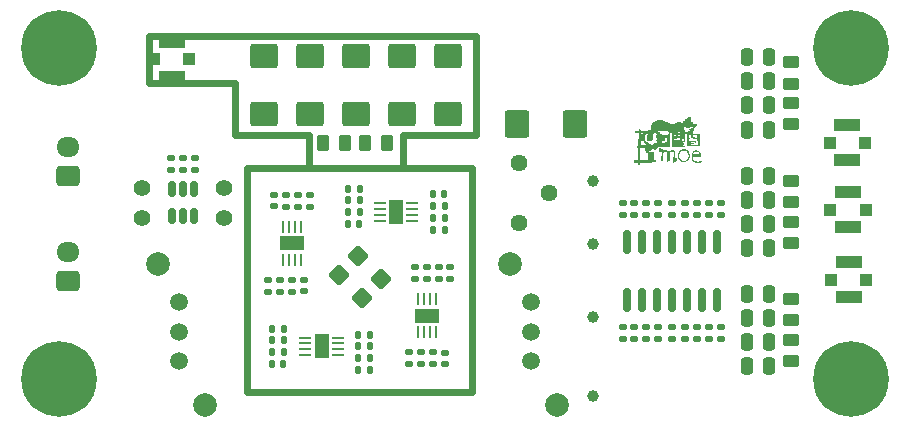
<source format=gbr>
%TF.GenerationSoftware,KiCad,Pcbnew,(6.0.5)*%
%TF.CreationDate,2023-02-17T00:10:57+08:00*%
%TF.ProjectId,EmoeNAP,456d6f65-4e41-4502-9e6b-696361645f70,rev?*%
%TF.SameCoordinates,Original*%
%TF.FileFunction,Soldermask,Top*%
%TF.FilePolarity,Negative*%
%FSLAX46Y46*%
G04 Gerber Fmt 4.6, Leading zero omitted, Abs format (unit mm)*
G04 Created by KiCad (PCBNEW (6.0.5)) date 2023-02-17 00:10:57*
%MOMM*%
%LPD*%
G01*
G04 APERTURE LIST*
G04 Aperture macros list*
%AMRoundRect*
0 Rectangle with rounded corners*
0 $1 Rounding radius*
0 $2 $3 $4 $5 $6 $7 $8 $9 X,Y pos of 4 corners*
0 Add a 4 corners polygon primitive as box body*
4,1,4,$2,$3,$4,$5,$6,$7,$8,$9,$2,$3,0*
0 Add four circle primitives for the rounded corners*
1,1,$1+$1,$2,$3*
1,1,$1+$1,$4,$5*
1,1,$1+$1,$6,$7*
1,1,$1+$1,$8,$9*
0 Add four rect primitives between the rounded corners*
20,1,$1+$1,$2,$3,$4,$5,0*
20,1,$1+$1,$4,$5,$6,$7,0*
20,1,$1+$1,$6,$7,$8,$9,0*
20,1,$1+$1,$8,$9,$2,$3,0*%
G04 Aperture macros list end*
%ADD10C,0.600000*%
%ADD11RoundRect,0.250000X0.250000X0.475000X-0.250000X0.475000X-0.250000X-0.475000X0.250000X-0.475000X0*%
%ADD12RoundRect,0.250000X0.725000X-0.600000X0.725000X0.600000X-0.725000X0.600000X-0.725000X-0.600000X0*%
%ADD13O,1.950000X1.700000*%
%ADD14RoundRect,0.250000X-0.450000X0.262500X-0.450000X-0.262500X0.450000X-0.262500X0.450000X0.262500X0*%
%ADD15RoundRect,0.140000X0.170000X-0.140000X0.170000X0.140000X-0.170000X0.140000X-0.170000X-0.140000X0*%
%ADD16RoundRect,0.135000X0.185000X-0.135000X0.185000X0.135000X-0.185000X0.135000X-0.185000X-0.135000X0*%
%ADD17RoundRect,0.140000X0.140000X0.170000X-0.140000X0.170000X-0.140000X-0.170000X0.140000X-0.170000X0*%
%ADD18RoundRect,0.062500X-0.425000X-0.062500X0.425000X-0.062500X0.425000X0.062500X-0.425000X0.062500X0*%
%ADD19R,1.200000X2.000000*%
%ADD20RoundRect,0.135000X-0.185000X0.135000X-0.185000X-0.135000X0.185000X-0.135000X0.185000X0.135000X0*%
%ADD21RoundRect,0.140000X-0.170000X0.140000X-0.170000X-0.140000X0.170000X-0.140000X0.170000X0.140000X0*%
%ADD22RoundRect,0.062500X0.062500X-0.425000X0.062500X0.425000X-0.062500X0.425000X-0.062500X-0.425000X0*%
%ADD23R,2.000000X1.200000*%
%ADD24RoundRect,0.135000X0.135000X0.185000X-0.135000X0.185000X-0.135000X-0.185000X0.135000X-0.185000X0*%
%ADD25RoundRect,0.250000X-0.618718X0.017678X0.017678X-0.618718X0.618718X-0.017678X-0.017678X0.618718X0*%
%ADD26R,1.000000X1.000000*%
%ADD27R,2.200000X1.050000*%
%ADD28RoundRect,0.135000X-0.135000X-0.185000X0.135000X-0.185000X0.135000X0.185000X-0.135000X0.185000X0*%
%ADD29RoundRect,0.250000X-0.925000X0.787500X-0.925000X-0.787500X0.925000X-0.787500X0.925000X0.787500X0*%
%ADD30RoundRect,0.150000X0.150000X-0.512500X0.150000X0.512500X-0.150000X0.512500X-0.150000X-0.512500X0*%
%ADD31C,6.400000*%
%ADD32C,3.600000*%
%ADD33RoundRect,0.062500X-0.062500X0.425000X-0.062500X-0.425000X0.062500X-0.425000X0.062500X0.425000X0*%
%ADD34RoundRect,0.062500X0.425000X0.062500X-0.425000X0.062500X-0.425000X-0.062500X0.425000X-0.062500X0*%
%ADD35C,1.500000*%
%ADD36C,2.000000*%
%ADD37C,1.400000*%
%ADD38RoundRect,0.250000X0.450000X-0.262500X0.450000X0.262500X-0.450000X0.262500X-0.450000X-0.262500X0*%
%ADD39RoundRect,0.250000X-0.262500X-0.450000X0.262500X-0.450000X0.262500X0.450000X-0.262500X0.450000X0*%
%ADD40C,1.000000*%
%ADD41RoundRect,0.250000X0.262500X0.450000X-0.262500X0.450000X-0.262500X-0.450000X0.262500X-0.450000X0*%
%ADD42RoundRect,0.140000X-0.140000X-0.170000X0.140000X-0.170000X0.140000X0.170000X-0.140000X0.170000X0*%
%ADD43C,1.440000*%
%ADD44RoundRect,0.250000X0.618718X-0.017678X-0.017678X0.618718X-0.618718X0.017678X0.017678X-0.618718X0*%
%ADD45RoundRect,0.250000X-0.787500X-0.925000X0.787500X-0.925000X0.787500X0.925000X-0.787500X0.925000X0*%
%ADD46RoundRect,0.150000X-0.150000X0.825000X-0.150000X-0.825000X0.150000X-0.825000X0.150000X0.825000X0*%
G04 APERTURE END LIST*
D10*
X143100000Y-100349953D02*
X143100001Y-103150047D01*
X135099999Y-100349906D02*
X135100000Y-103150000D01*
X121550000Y-91950000D02*
X128899999Y-91949905D01*
X128899999Y-100349906D02*
X128900000Y-95924905D01*
X148911471Y-103149906D02*
X129911471Y-103149906D01*
X121550001Y-95924906D02*
X121550000Y-91950000D01*
X137099999Y-91949906D02*
X128899999Y-91949905D01*
X137099999Y-91949906D02*
X141149999Y-91949905D01*
X129911471Y-122149907D02*
X148911471Y-122149907D01*
X121550001Y-95924906D02*
X128900000Y-95924905D01*
X128899999Y-100349906D02*
X135099999Y-100349906D01*
X149299999Y-100349906D02*
X149299999Y-91949906D01*
X129911471Y-103149906D02*
X129911471Y-122149907D01*
X141149999Y-91949905D02*
X149299999Y-91949906D01*
X143099999Y-100349906D02*
X149299999Y-100349906D01*
X148911471Y-103149906D02*
X148911471Y-122149907D01*
%TO.C,G\u002A\u002A\u002A*%
G36*
X167576896Y-101869205D02*
G01*
X167597050Y-101832994D01*
X167606183Y-101818827D01*
X167631290Y-101784761D01*
X167657946Y-101755282D01*
X167686564Y-101730108D01*
X167717558Y-101708956D01*
X167751341Y-101691545D01*
X167788324Y-101677593D01*
X167828489Y-101666912D01*
X167836971Y-101665161D01*
X167844976Y-101663818D01*
X167853353Y-101662831D01*
X167862948Y-101662146D01*
X167874609Y-101661711D01*
X167889184Y-101661473D01*
X167907519Y-101661380D01*
X167917500Y-101661370D01*
X167937408Y-101661396D01*
X167953215Y-101661523D01*
X167965820Y-101661814D01*
X167976121Y-101662335D01*
X167985018Y-101663150D01*
X167993409Y-101664324D01*
X168002193Y-101665922D01*
X168012268Y-101668008D01*
X168013556Y-101668283D01*
X168056771Y-101679916D01*
X168097174Y-101695676D01*
X168134704Y-101715517D01*
X168169300Y-101739390D01*
X168200902Y-101767251D01*
X168229450Y-101799051D01*
X168254884Y-101834744D01*
X168276254Y-101872509D01*
X168290333Y-101903746D01*
X168301922Y-101936851D01*
X168311304Y-101972759D01*
X168318758Y-102012403D01*
X168319162Y-102015000D01*
X168321248Y-102032961D01*
X168322695Y-102054811D01*
X168323518Y-102079485D01*
X168323734Y-102105913D01*
X168323360Y-102133028D01*
X168322412Y-102159765D01*
X168320906Y-102185054D01*
X168318858Y-102207829D01*
X168316285Y-102227023D01*
X168315882Y-102229375D01*
X168314443Y-102237500D01*
X167627500Y-102237500D01*
X167627545Y-102245625D01*
X167628065Y-102253977D01*
X167629433Y-102266028D01*
X167631471Y-102280582D01*
X167633997Y-102296443D01*
X167636831Y-102312418D01*
X167639792Y-102327312D01*
X167640100Y-102328750D01*
X167651337Y-102371767D01*
X167665714Y-102411029D01*
X167683308Y-102446601D01*
X167704195Y-102478546D01*
X167728449Y-102506927D01*
X167756147Y-102531809D01*
X167787364Y-102553255D01*
X167822176Y-102571330D01*
X167860659Y-102586097D01*
X167902889Y-102597620D01*
X167948941Y-102605962D01*
X167972318Y-102608845D01*
X168011015Y-102611782D01*
X168052018Y-102612759D01*
X168094141Y-102611851D01*
X168136196Y-102609135D01*
X168176997Y-102604684D01*
X168215356Y-102598576D01*
X168248750Y-102591231D01*
X168278899Y-102582477D01*
X168305267Y-102572524D01*
X168329023Y-102560874D01*
X168349570Y-102548231D01*
X168359033Y-102542036D01*
X168367015Y-102537206D01*
X168372608Y-102534263D01*
X168374841Y-102533652D01*
X168376926Y-102536011D01*
X168381347Y-102541690D01*
X168387537Y-102549938D01*
X168394927Y-102560005D01*
X168398321Y-102564690D01*
X168419850Y-102594522D01*
X168416185Y-102615368D01*
X168414538Y-102624295D01*
X168412740Y-102631043D01*
X168410095Y-102636320D01*
X168405905Y-102640834D01*
X168399476Y-102645292D01*
X168390111Y-102650404D01*
X168377114Y-102656876D01*
X168373750Y-102658527D01*
X168331309Y-102676909D01*
X168285267Y-102692224D01*
X168236054Y-102704361D01*
X168184100Y-102713209D01*
X168145000Y-102717501D01*
X168133013Y-102718251D01*
X168117195Y-102718832D01*
X168098467Y-102719247D01*
X168077750Y-102719498D01*
X168055965Y-102719585D01*
X168034034Y-102719512D01*
X168012877Y-102719279D01*
X167993416Y-102718888D01*
X167976572Y-102718341D01*
X167963267Y-102717639D01*
X167957500Y-102717159D01*
X167904874Y-102709801D01*
X167855416Y-102698853D01*
X167809205Y-102684357D01*
X167766321Y-102666358D01*
X167726845Y-102644897D01*
X167690856Y-102620017D01*
X167658434Y-102591761D01*
X167629660Y-102560173D01*
X167607834Y-102530283D01*
X167588225Y-102498281D01*
X167571460Y-102466092D01*
X167557321Y-102433021D01*
X167545591Y-102398372D01*
X167536054Y-102361450D01*
X167528493Y-102321562D01*
X167522691Y-102278012D01*
X167519819Y-102248113D01*
X167518563Y-102227746D01*
X167517852Y-102204120D01*
X167517658Y-102178317D01*
X167517954Y-102151418D01*
X167518713Y-102124504D01*
X167519909Y-102098655D01*
X167521514Y-102074954D01*
X167523500Y-102054480D01*
X167524932Y-102043750D01*
X167533974Y-101994694D01*
X167545532Y-101949573D01*
X167549524Y-101937900D01*
X167662500Y-101937900D01*
X167664945Y-101938186D01*
X167672064Y-101938461D01*
X167683529Y-101938722D01*
X167699014Y-101938965D01*
X167718193Y-101939190D01*
X167740738Y-101939392D01*
X167766322Y-101939570D01*
X167794620Y-101939721D01*
X167825303Y-101939842D01*
X167858047Y-101939930D01*
X167892523Y-101939984D01*
X167924872Y-101940000D01*
X168187244Y-101940000D01*
X168183340Y-101930625D01*
X168168944Y-101901850D01*
X168150490Y-101874264D01*
X168128842Y-101848948D01*
X168104862Y-101826989D01*
X168094860Y-101819423D01*
X168066798Y-101802236D01*
X168036111Y-101788471D01*
X168003439Y-101778138D01*
X167969424Y-101771250D01*
X167934705Y-101767817D01*
X167899923Y-101767851D01*
X167865719Y-101771363D01*
X167832733Y-101778364D01*
X167801607Y-101788867D01*
X167772979Y-101802881D01*
X167756641Y-101813429D01*
X167745467Y-101822346D01*
X167732776Y-101833911D01*
X167719821Y-101846852D01*
X167707854Y-101859894D01*
X167698126Y-101871766D01*
X167695011Y-101876094D01*
X167690887Y-101882654D01*
X167685714Y-101891595D01*
X167680030Y-101901898D01*
X167674372Y-101912541D01*
X167669274Y-101922506D01*
X167665275Y-101930772D01*
X167662911Y-101936319D01*
X167662500Y-101937900D01*
X167549524Y-101937900D01*
X167559781Y-101907904D01*
X167576896Y-101869205D01*
G37*
G36*
X167199161Y-101085915D02*
G01*
X167199054Y-101046052D01*
X167199009Y-101025486D01*
X167450404Y-101025486D01*
X167450528Y-101036227D01*
X167450777Y-101043636D01*
X167451122Y-101046818D01*
X167452293Y-101047572D01*
X167455416Y-101048194D01*
X167460852Y-101048691D01*
X167468961Y-101049070D01*
X167480106Y-101049339D01*
X167494648Y-101049506D01*
X167512947Y-101049577D01*
X167535365Y-101049560D01*
X167562263Y-101049464D01*
X167575555Y-101049398D01*
X167698750Y-101048750D01*
X167699463Y-101024535D01*
X167700177Y-101000320D01*
X167743775Y-100999535D01*
X167759575Y-100999218D01*
X167771161Y-100998854D01*
X167779320Y-100998339D01*
X167784839Y-100997569D01*
X167788503Y-100996442D01*
X167791100Y-100994854D01*
X167793061Y-100993058D01*
X167796120Y-100989270D01*
X167797852Y-100984612D01*
X167798609Y-100977614D01*
X167798750Y-100969308D01*
X167798750Y-100951250D01*
X167451250Y-100951250D01*
X167450566Y-100997419D01*
X167450413Y-101012265D01*
X167450404Y-101025486D01*
X167199009Y-101025486D01*
X167198961Y-101003749D01*
X167198884Y-100959240D01*
X167198824Y-100912757D01*
X167198781Y-100864533D01*
X167198756Y-100814800D01*
X167198750Y-100774706D01*
X167198750Y-100757474D01*
X167300365Y-100757474D01*
X167300499Y-100779124D01*
X167300580Y-100786720D01*
X167301250Y-100848750D01*
X167325625Y-100849465D01*
X167350000Y-100850181D01*
X167350000Y-100873423D01*
X167350172Y-100883757D01*
X167350633Y-100892125D01*
X167351302Y-100897322D01*
X167351699Y-100898366D01*
X167354379Y-100898590D01*
X167361731Y-100898793D01*
X167373431Y-100898974D01*
X167389150Y-100899132D01*
X167408563Y-100899266D01*
X167431342Y-100899373D01*
X167457162Y-100899454D01*
X167485695Y-100899506D01*
X167516615Y-100899529D01*
X167549596Y-100899521D01*
X167584310Y-100899481D01*
X167620380Y-100899408D01*
X167887361Y-100898750D01*
X167893008Y-100893103D01*
X167896116Y-100889089D01*
X167898036Y-100883771D01*
X167899147Y-100875742D01*
X167899600Y-100868728D01*
X167900546Y-100850000D01*
X167921344Y-100850000D01*
X167932869Y-100849718D01*
X167940405Y-100848767D01*
X167944937Y-100846990D01*
X167946109Y-100846032D01*
X167947282Y-100844342D01*
X167948187Y-100841527D01*
X167948849Y-100837028D01*
X167949294Y-100830282D01*
X167949546Y-100820732D01*
X167949630Y-100807815D01*
X167949571Y-100790971D01*
X167949413Y-100771657D01*
X167949117Y-100740257D01*
X168000424Y-100740257D01*
X168000462Y-100756616D01*
X168000801Y-100769165D01*
X168001533Y-100778499D01*
X168002749Y-100785214D01*
X168004542Y-100789904D01*
X168007004Y-100793164D01*
X168010225Y-100795589D01*
X168012549Y-100796883D01*
X168017613Y-100798182D01*
X168026277Y-100799068D01*
X168037445Y-100799560D01*
X168050022Y-100799676D01*
X168062913Y-100799435D01*
X168075021Y-100798854D01*
X168085250Y-100797951D01*
X168092507Y-100796745D01*
X168095507Y-100795507D01*
X168096971Y-100791610D01*
X168098164Y-100783864D01*
X168099049Y-100773413D01*
X168099593Y-100761401D01*
X168099761Y-100748973D01*
X168099519Y-100737272D01*
X168098833Y-100727445D01*
X168097747Y-100720917D01*
X168094805Y-100711742D01*
X168091195Y-100705922D01*
X168085743Y-100702619D01*
X168077278Y-100700995D01*
X168069079Y-100700416D01*
X168059456Y-100699772D01*
X168053105Y-100698407D01*
X168049404Y-100695443D01*
X168047730Y-100689997D01*
X168047463Y-100681189D01*
X168047878Y-100670377D01*
X168048750Y-100651250D01*
X168028244Y-100651250D01*
X168015516Y-100651701D01*
X168007370Y-100653038D01*
X168004494Y-100654495D01*
X168003400Y-100656889D01*
X168002521Y-100661955D01*
X168001830Y-100670153D01*
X168001300Y-100681942D01*
X168000902Y-100697783D01*
X168000610Y-100718136D01*
X168000596Y-100719495D01*
X168000424Y-100740257D01*
X167949117Y-100740257D01*
X167948750Y-100701250D01*
X167874465Y-100700587D01*
X167800180Y-100699925D01*
X167799465Y-100675587D01*
X167798750Y-100651250D01*
X167780620Y-100650515D01*
X167770940Y-100650290D01*
X167764749Y-100650807D01*
X167760554Y-100652404D01*
X167756862Y-100655417D01*
X167756245Y-100656026D01*
X167752990Y-100659835D01*
X167751105Y-100664109D01*
X167750230Y-100670307D01*
X167750001Y-100679889D01*
X167750000Y-100681136D01*
X167750000Y-100700000D01*
X167650619Y-100700000D01*
X167649110Y-100686875D01*
X167647788Y-100676522D01*
X167646242Y-100665964D01*
X167645675Y-100662500D01*
X167643750Y-100651250D01*
X167622197Y-100650532D01*
X167600645Y-100649814D01*
X167599435Y-100630964D01*
X167597991Y-100618338D01*
X167595130Y-100609805D01*
X167590178Y-100604518D01*
X167582464Y-100601625D01*
X167575395Y-100600602D01*
X167567370Y-100600207D01*
X167562165Y-100601352D01*
X167557694Y-100604612D01*
X167556436Y-100605836D01*
X167553089Y-100609701D01*
X167551151Y-100613927D01*
X167550247Y-100619984D01*
X167550002Y-100629342D01*
X167550000Y-100631136D01*
X167550000Y-100650000D01*
X167500000Y-100650000D01*
X167499987Y-100633125D01*
X167498977Y-100619739D01*
X167495659Y-100610378D01*
X167489567Y-100604421D01*
X167480235Y-100601244D01*
X167475665Y-100600628D01*
X167467580Y-100600203D01*
X167462367Y-100601256D01*
X167457986Y-100604339D01*
X167456436Y-100605836D01*
X167453068Y-100609735D01*
X167451127Y-100614006D01*
X167450233Y-100620136D01*
X167450001Y-100629614D01*
X167450000Y-100630879D01*
X167450000Y-100649486D01*
X167428873Y-100650368D01*
X167417262Y-100651237D01*
X167408837Y-100652664D01*
X167404501Y-100654496D01*
X167404498Y-100654498D01*
X167402666Y-100658829D01*
X167401238Y-100667250D01*
X167400369Y-100678857D01*
X167400368Y-100678873D01*
X167399486Y-100700000D01*
X167361996Y-100700000D01*
X167345398Y-100700056D01*
X167332047Y-100700551D01*
X167321597Y-100701975D01*
X167313700Y-100704818D01*
X167308009Y-100709571D01*
X167304177Y-100716723D01*
X167301857Y-100726764D01*
X167300702Y-100740185D01*
X167300365Y-100757474D01*
X167198750Y-100757474D01*
X167198750Y-100534344D01*
X167300000Y-100534344D01*
X167300037Y-100557577D01*
X167300143Y-100579263D01*
X167300310Y-100598891D01*
X167300532Y-100615953D01*
X167300799Y-100629938D01*
X167301105Y-100640337D01*
X167301442Y-100646641D01*
X167301719Y-100648385D01*
X167304645Y-100648888D01*
X167311767Y-100649261D01*
X167322281Y-100649489D01*
X167335382Y-100649553D01*
X167350268Y-100649438D01*
X167351094Y-100649427D01*
X167398750Y-100648750D01*
X167399461Y-100624680D01*
X167400173Y-100600611D01*
X167409507Y-100599118D01*
X167418706Y-100598500D01*
X167427867Y-100599091D01*
X167427986Y-100599110D01*
X167435100Y-100599464D01*
X167440399Y-100597025D01*
X167443566Y-100594160D01*
X167450000Y-100587727D01*
X167450000Y-100400000D01*
X167499826Y-100400000D01*
X167500538Y-100493968D01*
X167501250Y-100587937D01*
X167508264Y-100593968D01*
X167516860Y-100598583D01*
X167527078Y-100600124D01*
X167536935Y-100598509D01*
X167542627Y-100595399D01*
X167548308Y-100590799D01*
X167547732Y-100517156D01*
X167547643Y-100497174D01*
X167547681Y-100477685D01*
X167547834Y-100459573D01*
X167548092Y-100443723D01*
X167548443Y-100431018D01*
X167548876Y-100422344D01*
X167548922Y-100421756D01*
X167550687Y-100400000D01*
X167599826Y-100400000D01*
X167600538Y-100493968D01*
X167601250Y-100587937D01*
X167608264Y-100593968D01*
X167612919Y-100597297D01*
X167618192Y-100599136D01*
X167625729Y-100599894D01*
X167632639Y-100600000D01*
X167650000Y-100600000D01*
X167650000Y-100619522D01*
X167650064Y-100629642D01*
X167650700Y-100637105D01*
X167652571Y-100642331D01*
X167656341Y-100645743D01*
X167662671Y-100647762D01*
X167672227Y-100648810D01*
X167685670Y-100649308D01*
X167697235Y-100649546D01*
X167712228Y-100649823D01*
X167723056Y-100649901D01*
X167730553Y-100649680D01*
X167735551Y-100649061D01*
X167738885Y-100647946D01*
X167741388Y-100646236D01*
X167743692Y-100644034D01*
X167750000Y-100637727D01*
X167750000Y-100500000D01*
X167799925Y-100500000D01*
X167800587Y-100574375D01*
X167801250Y-100648750D01*
X167948750Y-100648750D01*
X167948750Y-100401250D01*
X167924464Y-100400535D01*
X167900178Y-100399821D01*
X167899464Y-100375535D01*
X167898750Y-100351250D01*
X167351250Y-100351250D01*
X167349818Y-100400000D01*
X167337162Y-100400000D01*
X167322907Y-100401736D01*
X167311745Y-100406793D01*
X167304265Y-100414801D01*
X167303245Y-100416903D01*
X167302400Y-100419745D01*
X167301714Y-100423782D01*
X167301171Y-100429467D01*
X167300754Y-100437254D01*
X167300448Y-100447599D01*
X167300236Y-100460955D01*
X167300101Y-100477776D01*
X167300029Y-100498518D01*
X167300001Y-100523633D01*
X167300000Y-100534344D01*
X167198750Y-100534344D01*
X167198750Y-100252328D01*
X167153750Y-100253750D01*
X167151232Y-101333750D01*
X167150000Y-100255000D01*
X167000000Y-100255000D01*
X167000000Y-101049341D01*
X166989375Y-101051132D01*
X166980400Y-101052630D01*
X166971907Y-101054026D01*
X166970609Y-101054236D01*
X166958451Y-101054533D01*
X166947465Y-101051767D01*
X166940438Y-101047371D01*
X166938520Y-101045354D01*
X166937116Y-101042905D01*
X166936144Y-101039273D01*
X166935527Y-101033710D01*
X166935183Y-101025467D01*
X166935034Y-101013794D01*
X166935000Y-100997944D01*
X166934999Y-100996152D01*
X166935000Y-100950000D01*
X166900000Y-100950000D01*
X166900000Y-100882307D01*
X166899999Y-100814615D01*
X166892692Y-100807307D01*
X166888363Y-100803428D01*
X166884059Y-100801231D01*
X166878170Y-100800245D01*
X166869090Y-100800001D01*
X166867692Y-100800000D01*
X166850000Y-100800000D01*
X166850000Y-100749962D01*
X166849999Y-100699925D01*
X166775625Y-100700587D01*
X166701250Y-100701250D01*
X166700563Y-100741730D01*
X166699877Y-100782210D01*
X166708651Y-100790985D01*
X166714137Y-100795955D01*
X166719237Y-100798711D01*
X166725913Y-100800018D01*
X166733088Y-100800504D01*
X166748750Y-100801250D01*
X166751250Y-100898750D01*
X166768045Y-100899487D01*
X166777556Y-100900163D01*
X166783805Y-100901556D01*
X166788526Y-100904257D01*
X166792379Y-100907764D01*
X166799918Y-100915303D01*
X166800584Y-100982026D01*
X166801250Y-101048750D01*
X166848750Y-101051250D01*
X166848750Y-101198750D01*
X166783100Y-101199416D01*
X166762839Y-101199587D01*
X166746974Y-101199620D01*
X166734903Y-101199489D01*
X166726023Y-101199163D01*
X166719731Y-101198617D01*
X166715424Y-101197821D01*
X166712500Y-101196747D01*
X166711335Y-101196076D01*
X166706131Y-101193688D01*
X166702609Y-101193682D01*
X166701438Y-101196850D01*
X166700572Y-101204219D01*
X166700083Y-101214995D01*
X166700000Y-101222647D01*
X166700000Y-101250000D01*
X166750000Y-101250000D01*
X166750000Y-101300000D01*
X166860238Y-101300000D01*
X166866369Y-101293384D01*
X166870433Y-101288502D01*
X166872451Y-101285103D01*
X166872500Y-101284803D01*
X166874720Y-101282076D01*
X166881122Y-101281371D01*
X166891314Y-101282683D01*
X166901566Y-101285084D01*
X166912924Y-101287655D01*
X166922647Y-101288978D01*
X166928933Y-101288880D01*
X166938298Y-101284751D01*
X166945435Y-101276985D01*
X166948759Y-101268750D01*
X166950941Y-101261147D01*
X166953199Y-101255470D01*
X166954715Y-101249409D01*
X166953005Y-101244879D01*
X166950181Y-101236378D01*
X166950099Y-101225882D01*
X166952570Y-101215445D01*
X166956377Y-101208360D01*
X166960426Y-101203596D01*
X166964413Y-101201096D01*
X166970139Y-101200140D01*
X166977239Y-101200000D01*
X166983540Y-101200005D01*
X166988556Y-101200362D01*
X166992435Y-101201581D01*
X166995322Y-101204173D01*
X166997363Y-101208649D01*
X166998705Y-101215520D01*
X166999494Y-101225297D01*
X166999875Y-101238490D01*
X166999995Y-101255610D01*
X167000000Y-101277169D01*
X167000000Y-101350000D01*
X165849818Y-101350000D01*
X165851250Y-101301250D01*
X165875630Y-101300534D01*
X165900011Y-101299818D01*
X165899708Y-101047882D01*
X166000000Y-101047882D01*
X166049375Y-101046318D01*
X166082839Y-101045406D01*
X166112317Y-101044908D01*
X166137665Y-101044823D01*
X166158743Y-101045144D01*
X166175407Y-101045869D01*
X166187516Y-101046993D01*
X166194927Y-101048513D01*
X166197498Y-101050424D01*
X166197500Y-101050468D01*
X166199050Y-101051661D01*
X166200000Y-101051250D01*
X166201302Y-101052747D01*
X166202147Y-101058887D01*
X166202493Y-101069329D01*
X166202500Y-101071250D01*
X166202256Y-101081235D01*
X166201588Y-101088215D01*
X166200595Y-101091341D01*
X166200200Y-101091373D01*
X166197259Y-101092125D01*
X166193243Y-101095879D01*
X166192965Y-101096226D01*
X166189971Y-101099451D01*
X166186403Y-101101334D01*
X166180910Y-101102230D01*
X166172139Y-101102492D01*
X166169015Y-101102500D01*
X166150000Y-101102500D01*
X166150000Y-101149583D01*
X166150088Y-101164452D01*
X166150335Y-101177578D01*
X166150711Y-101188151D01*
X166151186Y-101195361D01*
X166151733Y-101198399D01*
X166151746Y-101198412D01*
X166155127Y-101199339D01*
X166162041Y-101199773D01*
X166171221Y-101199776D01*
X166181399Y-101199409D01*
X166191031Y-101198750D01*
X166210000Y-101198750D01*
X166211250Y-101200000D01*
X166212500Y-101198750D01*
X166211250Y-101197500D01*
X166210000Y-101198750D01*
X166191031Y-101198750D01*
X166191309Y-101198731D01*
X166199684Y-101197803D01*
X166205256Y-101196686D01*
X166206827Y-101195781D01*
X166205943Y-101192045D01*
X166202656Y-101187656D01*
X166200451Y-101184989D01*
X166198978Y-101181570D01*
X166198092Y-101176413D01*
X166197649Y-101168534D01*
X166197506Y-101156949D01*
X166197505Y-101156250D01*
X166447500Y-101156250D01*
X166447864Y-101164743D01*
X166448814Y-101171097D01*
X166450000Y-101173750D01*
X166451479Y-101176968D01*
X166452376Y-101183363D01*
X166452500Y-101187099D01*
X166452500Y-101198904D01*
X166470274Y-101199630D01*
X166480015Y-101199820D01*
X166486288Y-101199208D01*
X166490598Y-101197483D01*
X166494024Y-101194742D01*
X166496185Y-101192543D01*
X166497750Y-101190103D01*
X166498165Y-101188750D01*
X166700000Y-101188750D01*
X166701250Y-101190000D01*
X166702500Y-101188750D01*
X166701250Y-101187500D01*
X166700000Y-101188750D01*
X166498165Y-101188750D01*
X166498815Y-101186634D01*
X166499476Y-101181351D01*
X166499830Y-101173468D01*
X166499973Y-101162199D01*
X166499999Y-101146757D01*
X166500000Y-101145814D01*
X166499909Y-101129205D01*
X166499614Y-101117074D01*
X166499076Y-101108902D01*
X166498258Y-101104170D01*
X166497123Y-101102359D01*
X166496875Y-101102303D01*
X166490082Y-101102154D01*
X166481094Y-101102306D01*
X166471587Y-101102687D01*
X166463235Y-101103225D01*
X166457715Y-101103846D01*
X166456875Y-101104034D01*
X166454415Y-101105681D01*
X166453068Y-101109527D01*
X166452544Y-101116712D01*
X166452500Y-101121270D01*
X166452135Y-101129759D01*
X166451183Y-101136106D01*
X166450000Y-101138750D01*
X166448704Y-101141876D01*
X166447800Y-101148499D01*
X166447500Y-101156250D01*
X166197505Y-101156250D01*
X166197500Y-101152402D01*
X166197500Y-101122304D01*
X166208052Y-101111777D01*
X166210893Y-101108750D01*
X166400000Y-101108750D01*
X166400226Y-101114537D01*
X166400783Y-101117425D01*
X166400900Y-101117500D01*
X166403069Y-101115937D01*
X166407634Y-101111939D01*
X166411078Y-101108750D01*
X166420356Y-101100000D01*
X166410178Y-101100000D01*
X166403701Y-101100251D01*
X166400794Y-101101825D01*
X166400027Y-101105951D01*
X166400000Y-101108750D01*
X166210893Y-101108750D01*
X166213582Y-101105885D01*
X166214939Y-101104165D01*
X166245281Y-101104165D01*
X166247232Y-101105000D01*
X166249983Y-101103016D01*
X166250855Y-101101377D01*
X166250744Y-101098840D01*
X166248622Y-101099144D01*
X166245555Y-101101566D01*
X166245281Y-101104165D01*
X166214939Y-101104165D01*
X166217188Y-101101316D01*
X166218052Y-101099375D01*
X166219955Y-101098291D01*
X166225422Y-101097614D01*
X166229499Y-101097500D01*
X166237224Y-101096908D01*
X166243020Y-101095410D01*
X166244499Y-101094500D01*
X166246120Y-101090265D01*
X166247153Y-101081857D01*
X166247500Y-101070602D01*
X166247774Y-101059772D01*
X166248449Y-101054165D01*
X166295281Y-101054165D01*
X166297232Y-101055000D01*
X166299983Y-101053016D01*
X166300855Y-101051377D01*
X166300744Y-101048840D01*
X166298622Y-101049144D01*
X166295555Y-101051566D01*
X166295281Y-101054165D01*
X166248449Y-101054165D01*
X166248568Y-101053179D01*
X166249835Y-101051176D01*
X166250000Y-101051250D01*
X166252309Y-101051194D01*
X166252500Y-101050396D01*
X166254746Y-101048019D01*
X166260472Y-101045984D01*
X166268157Y-101044551D01*
X166276282Y-101043981D01*
X166283327Y-101044534D01*
X166284730Y-101044874D01*
X166290969Y-101046193D01*
X166295081Y-101046156D01*
X166295355Y-101046030D01*
X166296365Y-101043064D01*
X166297062Y-101036582D01*
X166297426Y-101028060D01*
X166297434Y-101018973D01*
X166297064Y-101010797D01*
X166296295Y-101005007D01*
X166295982Y-101003954D01*
X166294809Y-101002490D01*
X166292121Y-101001430D01*
X166287227Y-101000714D01*
X166279434Y-101000278D01*
X166268049Y-101000060D01*
X166252379Y-101000000D01*
X166251804Y-101000000D01*
X166234475Y-100999991D01*
X166221512Y-100999689D01*
X166212283Y-100998684D01*
X166206154Y-100996564D01*
X166202494Y-100992917D01*
X166200669Y-100987332D01*
X166200048Y-100979397D01*
X166199997Y-100968701D01*
X166200000Y-100966303D01*
X166200458Y-100951884D01*
X166201679Y-100935907D01*
X166203427Y-100921215D01*
X166204029Y-100917423D01*
X166205584Y-100905568D01*
X166206619Y-100891840D01*
X166207148Y-100877244D01*
X166207181Y-100862787D01*
X166206937Y-100855565D01*
X166450000Y-100855565D01*
X166450086Y-100870267D01*
X166450326Y-100883213D01*
X166450691Y-100893587D01*
X166451153Y-100900571D01*
X166451666Y-100903333D01*
X166455158Y-100904404D01*
X166461796Y-100904923D01*
X166469907Y-100904932D01*
X166477814Y-100904469D01*
X166483844Y-100903577D01*
X166486250Y-100902500D01*
X166489776Y-100900399D01*
X166492647Y-100900000D01*
X166494394Y-100899752D01*
X166495663Y-100898549D01*
X166496530Y-100895706D01*
X166497070Y-100890534D01*
X166497361Y-100882347D01*
X166497479Y-100870456D01*
X166497500Y-100856250D01*
X166497500Y-100812500D01*
X166477704Y-100812500D01*
X166467799Y-100812315D01*
X166459538Y-100811828D01*
X166454449Y-100811134D01*
X166453954Y-100810982D01*
X166452554Y-100810906D01*
X166451526Y-100812326D01*
X166450813Y-100815871D01*
X166450360Y-100822167D01*
X166450112Y-100831844D01*
X166450012Y-100845527D01*
X166450000Y-100855565D01*
X166206937Y-100855565D01*
X166206731Y-100849475D01*
X166205809Y-100838313D01*
X166204427Y-100830307D01*
X166202971Y-100826818D01*
X166201635Y-100823393D01*
X166200796Y-100816623D01*
X166200424Y-100805998D01*
X166200487Y-100791008D01*
X166200554Y-100787159D01*
X166201250Y-100751250D01*
X166257500Y-100749697D01*
X166273991Y-100749309D01*
X166294374Y-100748936D01*
X166317541Y-100748593D01*
X166342381Y-100748293D01*
X166367788Y-100748051D01*
X166392653Y-100747880D01*
X166405625Y-100747822D01*
X166497500Y-100747500D01*
X166497500Y-100725000D01*
X166497734Y-100715091D01*
X166498361Y-100707409D01*
X166498865Y-100705000D01*
X166650000Y-100705000D01*
X166650362Y-100709069D01*
X166650862Y-100710000D01*
X166652973Y-100708369D01*
X166656250Y-100705000D01*
X166659236Y-100701379D01*
X166658582Y-100700136D01*
X166655387Y-100700000D01*
X166650958Y-100701570D01*
X166650000Y-100705000D01*
X166498865Y-100705000D01*
X166499269Y-100703069D01*
X166499778Y-100702500D01*
X166500735Y-100701250D01*
X166547500Y-100701250D01*
X166548750Y-100702500D01*
X166550000Y-100701250D01*
X166548750Y-100700000D01*
X166547500Y-100701250D01*
X166500735Y-100701250D01*
X166501306Y-100700504D01*
X166501220Y-100698125D01*
X166500941Y-100694302D01*
X166500680Y-100686367D01*
X166500455Y-100675205D01*
X166500284Y-100661703D01*
X166500191Y-100648125D01*
X166500000Y-100602500D01*
X166421014Y-100602500D01*
X166411887Y-100611875D01*
X166406593Y-100617868D01*
X166403721Y-100623318D01*
X166402406Y-100630352D01*
X166402004Y-100636250D01*
X166401250Y-100651250D01*
X166355186Y-100651933D01*
X166337360Y-100652347D01*
X166323093Y-100652993D01*
X166312801Y-100653843D01*
X166306905Y-100654866D01*
X166305811Y-100655364D01*
X166303716Y-100659916D01*
X166302640Y-100669087D01*
X166302500Y-100675453D01*
X166302201Y-100684104D01*
X166301399Y-100689743D01*
X166300235Y-100691393D01*
X166300200Y-100691373D01*
X166297259Y-100692125D01*
X166293243Y-100695879D01*
X166292965Y-100696226D01*
X166290847Y-100698700D01*
X166288464Y-100700420D01*
X166284938Y-100701522D01*
X166279389Y-100702144D01*
X166270939Y-100702424D01*
X166258709Y-100702497D01*
X166252765Y-100702500D01*
X166217500Y-100702500D01*
X166197500Y-100682500D01*
X166197500Y-100648622D01*
X166299144Y-100648622D01*
X166299255Y-100651159D01*
X166301377Y-100650855D01*
X166304137Y-100648750D01*
X166397500Y-100648750D01*
X166398750Y-100650000D01*
X166400000Y-100648750D01*
X166398750Y-100647500D01*
X166397500Y-100648750D01*
X166304137Y-100648750D01*
X166304605Y-100648393D01*
X166305000Y-100647232D01*
X166303630Y-100645065D01*
X166300887Y-100646059D01*
X166299144Y-100648622D01*
X166197500Y-100648622D01*
X166197500Y-100552500D01*
X166148750Y-100552496D01*
X166149513Y-100626248D01*
X166150277Y-100700000D01*
X166020000Y-100700000D01*
X166009878Y-100710121D01*
X166004132Y-100716194D01*
X166001207Y-100720974D01*
X166000284Y-100726596D01*
X166000503Y-100734496D01*
X166001250Y-100748750D01*
X166075428Y-100749411D01*
X166149607Y-100750073D01*
X166149883Y-100875036D01*
X166150158Y-101000000D01*
X166020000Y-101000000D01*
X166010000Y-101010000D01*
X166004197Y-101016239D01*
X166001216Y-101021393D01*
X166000130Y-101027683D01*
X166000000Y-101033941D01*
X166000000Y-101047882D01*
X165899708Y-101047882D01*
X165899380Y-100775534D01*
X165899110Y-100551250D01*
X166497500Y-100551250D01*
X166498750Y-100552500D01*
X166500000Y-100551250D01*
X166498750Y-100550000D01*
X166497500Y-100551250D01*
X165899110Y-100551250D01*
X165899050Y-100501250D01*
X166000000Y-100501250D01*
X166001250Y-100502500D01*
X166002500Y-100501250D01*
X166001250Y-100500000D01*
X166000000Y-100501250D01*
X165899050Y-100501250D01*
X165899043Y-100495335D01*
X166003542Y-100495335D01*
X166004725Y-100496822D01*
X166009412Y-100497496D01*
X166009852Y-100497500D01*
X166015186Y-100497226D01*
X166017497Y-100496566D01*
X166017500Y-100496541D01*
X166016263Y-100495717D01*
X166041250Y-100495717D01*
X166041721Y-100496170D01*
X166046452Y-100496589D01*
X166054703Y-100496933D01*
X166065733Y-100497164D01*
X166069852Y-100497209D01*
X166083292Y-100497277D01*
X166092371Y-100497154D01*
X166097727Y-100496768D01*
X166099999Y-100496042D01*
X166099823Y-100494902D01*
X166098602Y-100493829D01*
X166093986Y-100492155D01*
X166086076Y-100490920D01*
X166076334Y-100490169D01*
X166066224Y-100489949D01*
X166057206Y-100490305D01*
X166050743Y-100491284D01*
X166048625Y-100492257D01*
X166044324Y-100494709D01*
X166041250Y-100495717D01*
X166016263Y-100495717D01*
X166015411Y-100495149D01*
X166010763Y-100494368D01*
X166005976Y-100494407D01*
X166003542Y-100495335D01*
X165899043Y-100495335D01*
X165898962Y-100428082D01*
X165998991Y-100428082D01*
X165998993Y-100431546D01*
X166000468Y-100441537D01*
X166004412Y-100448023D01*
X166008244Y-100451144D01*
X166012372Y-100451989D01*
X166018831Y-100450870D01*
X166020418Y-100450480D01*
X166025593Y-100449776D01*
X166034835Y-100449103D01*
X166047209Y-100448486D01*
X166061780Y-100447951D01*
X166077616Y-100447524D01*
X166093782Y-100447231D01*
X166109344Y-100447097D01*
X166123368Y-100447150D01*
X166133244Y-100447355D01*
X166137885Y-100449192D01*
X166143269Y-100453488D01*
X166143869Y-100454115D01*
X166147729Y-100459433D01*
X166149566Y-100465786D01*
X166150000Y-100474279D01*
X166149533Y-100482886D01*
X166148341Y-100490019D01*
X166147412Y-100492664D01*
X166146121Y-100496422D01*
X166148325Y-100497495D01*
X166148662Y-100497500D01*
X166151878Y-100498481D01*
X166152203Y-100499375D01*
X166153372Y-100503652D01*
X166158646Y-100505122D01*
X166167985Y-100503776D01*
X166169866Y-100503295D01*
X166172300Y-100502500D01*
X166449738Y-100502500D01*
X166451250Y-100528750D01*
X166460625Y-100529525D01*
X166466863Y-100530517D01*
X166469515Y-100532764D01*
X166470000Y-100536329D01*
X166471258Y-100541055D01*
X166475874Y-100543977D01*
X166478125Y-100544703D01*
X166486125Y-100546467D01*
X166493125Y-100547274D01*
X166500000Y-100547500D01*
X166499920Y-100518125D01*
X166499841Y-100488750D01*
X166493790Y-100495625D01*
X166490282Y-100499153D01*
X166486540Y-100501213D01*
X166481141Y-100502194D01*
X166472663Y-100502487D01*
X166468739Y-100502500D01*
X166449738Y-100502500D01*
X166172300Y-100502500D01*
X166173972Y-100501954D01*
X166173526Y-100500789D01*
X166171116Y-100499755D01*
X166169014Y-100498492D01*
X166171302Y-100497847D01*
X166175284Y-100497675D01*
X166184511Y-100495621D01*
X166191740Y-100490546D01*
X166195936Y-100483500D01*
X166196260Y-100476330D01*
X166192875Y-100453333D01*
X166388333Y-100453333D01*
X166388676Y-100454819D01*
X166390000Y-100455000D01*
X166392057Y-100454085D01*
X166391666Y-100453333D01*
X166388699Y-100453034D01*
X166388333Y-100453333D01*
X166192875Y-100453333D01*
X166192396Y-100450081D01*
X166192395Y-100449255D01*
X166398840Y-100449255D01*
X166399144Y-100451377D01*
X166401566Y-100454444D01*
X166404165Y-100454718D01*
X166405000Y-100452767D01*
X166403906Y-100451250D01*
X166497500Y-100451250D01*
X166498750Y-100452500D01*
X166500000Y-100451250D01*
X166498931Y-100450181D01*
X166800000Y-100450181D01*
X166824375Y-100449465D01*
X166848750Y-100448750D01*
X166848750Y-100401250D01*
X166800000Y-100399818D01*
X166800000Y-100450181D01*
X166498931Y-100450181D01*
X166498750Y-100450000D01*
X166497500Y-100451250D01*
X166403906Y-100451250D01*
X166403016Y-100450016D01*
X166401377Y-100449144D01*
X166398840Y-100449255D01*
X166192395Y-100449255D01*
X166192352Y-100425191D01*
X166192873Y-100419956D01*
X166194038Y-100408809D01*
X166194477Y-100403750D01*
X166245000Y-100403750D01*
X166246250Y-100405000D01*
X166247500Y-100403750D01*
X166246250Y-100402500D01*
X166245000Y-100403750D01*
X166194477Y-100403750D01*
X166194817Y-100399825D01*
X166284384Y-100399825D01*
X166284808Y-100400000D01*
X166286451Y-100402259D01*
X166287393Y-100408104D01*
X166287500Y-100411414D01*
X166288329Y-100421110D01*
X166290557Y-100428403D01*
X166293787Y-100432200D01*
X166295087Y-100432500D01*
X166296647Y-100430293D01*
X166297464Y-100424832D01*
X166297500Y-100423261D01*
X166299271Y-100414032D01*
X166304217Y-100407011D01*
X166304970Y-100406192D01*
X166393019Y-100406192D01*
X166394949Y-100409742D01*
X166397343Y-100412343D01*
X166400596Y-100417002D01*
X166402163Y-100423588D01*
X166402500Y-100431569D01*
X166402500Y-100445639D01*
X166411924Y-100444131D01*
X166420410Y-100443706D01*
X166428303Y-100444708D01*
X166428799Y-100444847D01*
X166434133Y-100445719D01*
X166443215Y-100446467D01*
X166454790Y-100447013D01*
X166467608Y-100447281D01*
X166468125Y-100447285D01*
X166500000Y-100447500D01*
X166500000Y-100349818D01*
X166451250Y-100351250D01*
X166450535Y-100375543D01*
X166449820Y-100399837D01*
X166421989Y-100400543D01*
X166408358Y-100401096D01*
X166399281Y-100402081D01*
X166394315Y-100403709D01*
X166393019Y-100406192D01*
X166304970Y-100406192D01*
X166308374Y-100402492D01*
X166308421Y-100402381D01*
X166331183Y-100402381D01*
X166331250Y-100402500D01*
X166334786Y-100404622D01*
X166337500Y-100405000D01*
X166342224Y-100403817D01*
X166343750Y-100402500D01*
X166343050Y-100401250D01*
X166387500Y-100401250D01*
X166388750Y-100402500D01*
X166390000Y-100401250D01*
X166388750Y-100400000D01*
X166387500Y-100401250D01*
X166343050Y-100401250D01*
X166342763Y-100400738D01*
X166337869Y-100400002D01*
X166337500Y-100400000D01*
X166332418Y-100400665D01*
X166331183Y-100402381D01*
X166308421Y-100402381D01*
X166309217Y-100400506D01*
X166306933Y-100400012D01*
X166305467Y-100400000D01*
X166301242Y-100398738D01*
X166300002Y-100394131D01*
X166300000Y-100393750D01*
X166299480Y-100389047D01*
X166298485Y-100387500D01*
X166295775Y-100388963D01*
X166290943Y-100392594D01*
X166289544Y-100393750D01*
X166285510Y-100397638D01*
X166284384Y-100399825D01*
X166194817Y-100399825D01*
X166195234Y-100395012D01*
X166195235Y-100395000D01*
X166250000Y-100395000D01*
X166251573Y-100397326D01*
X166256127Y-100395837D01*
X166257500Y-100395000D01*
X166259463Y-100393176D01*
X166256980Y-100392566D01*
X166255625Y-100392538D01*
X166251235Y-100393449D01*
X166250000Y-100395000D01*
X166195235Y-100395000D01*
X166196264Y-100380907D01*
X166196397Y-100378750D01*
X166200630Y-100378750D01*
X166200831Y-100383895D01*
X166201398Y-100385223D01*
X166201717Y-100384404D01*
X166202183Y-100378400D01*
X166201768Y-100374404D01*
X166201109Y-100373018D01*
X166200695Y-100376023D01*
X166200630Y-100378750D01*
X166196397Y-100378750D01*
X166196596Y-100375527D01*
X166197758Y-100355306D01*
X166200000Y-100355306D01*
X166200547Y-100358917D01*
X166202880Y-100358192D01*
X166203750Y-100357500D01*
X166206892Y-100353891D01*
X166207500Y-100352193D01*
X166205470Y-100350246D01*
X166203750Y-100350000D01*
X166200703Y-100352112D01*
X166200000Y-100355306D01*
X166197758Y-100355306D01*
X166198074Y-100349804D01*
X166151250Y-100351250D01*
X166149818Y-100400000D01*
X166018514Y-100400000D01*
X166008632Y-100410121D01*
X166002804Y-100416624D01*
X165999894Y-100421936D01*
X165998991Y-100428082D01*
X165898962Y-100428082D01*
X165898750Y-100251250D01*
X165848750Y-100248750D01*
X165848705Y-100225000D01*
X165848661Y-100201250D01*
X165701250Y-100201250D01*
X165699818Y-100250000D01*
X165650000Y-100250000D01*
X165650000Y-101300000D01*
X165670862Y-101300000D01*
X165683229Y-101300312D01*
X165691499Y-101301804D01*
X165696491Y-101305305D01*
X165699023Y-101311646D01*
X165699913Y-101321657D01*
X165700000Y-101329571D01*
X165700000Y-101350000D01*
X164671098Y-101350000D01*
X164668166Y-101374375D01*
X164661715Y-101409668D01*
X164651177Y-101443629D01*
X164636865Y-101475716D01*
X164619092Y-101505385D01*
X164598172Y-101532092D01*
X164574419Y-101555296D01*
X164555437Y-101569732D01*
X164528406Y-101585102D01*
X164499609Y-101596045D01*
X164469582Y-101602576D01*
X164438860Y-101604706D01*
X164407977Y-101602450D01*
X164377470Y-101595820D01*
X164347872Y-101584829D01*
X164319720Y-101569490D01*
X164311250Y-101563769D01*
X164299444Y-101554339D01*
X164286197Y-101542061D01*
X164272799Y-101528273D01*
X164260537Y-101514316D01*
X164250703Y-101501529D01*
X164249141Y-101499231D01*
X164241104Y-101485869D01*
X164233183Y-101470603D01*
X164226202Y-101455177D01*
X164220985Y-101441340D01*
X164219544Y-101436520D01*
X164216426Y-101424862D01*
X164151250Y-101426250D01*
X164150592Y-101513034D01*
X164149935Y-101599819D01*
X164125592Y-101600534D01*
X164101250Y-101601250D01*
X164099894Y-101699820D01*
X164051250Y-101701250D01*
X164049818Y-101750000D01*
X163950000Y-101750000D01*
X163950000Y-101795000D01*
X163956875Y-101794970D01*
X163960478Y-101794842D01*
X163968652Y-101794484D01*
X163980975Y-101793914D01*
X163997023Y-101793155D01*
X164016375Y-101792225D01*
X164038608Y-101791146D01*
X164063299Y-101789938D01*
X164090025Y-101788621D01*
X164118364Y-101787215D01*
X164137161Y-101786278D01*
X164172148Y-101784548D01*
X164202450Y-101783090D01*
X164228372Y-101781895D01*
X164250220Y-101780953D01*
X164268302Y-101780255D01*
X164282923Y-101779790D01*
X164294389Y-101779550D01*
X164303007Y-101779524D01*
X164309083Y-101779703D01*
X164312924Y-101780077D01*
X164314834Y-101780637D01*
X164314904Y-101780683D01*
X164318326Y-101783521D01*
X164324512Y-101789032D01*
X164332606Y-101796443D01*
X164341753Y-101804977D01*
X164342441Y-101805624D01*
X164365646Y-101827499D01*
X164371484Y-102130624D01*
X164372233Y-102169721D01*
X164372956Y-102207805D01*
X164373646Y-102244535D01*
X164374298Y-102279569D01*
X164374904Y-102312565D01*
X164375460Y-102343182D01*
X164375958Y-102371077D01*
X164376393Y-102395909D01*
X164376759Y-102417337D01*
X164377050Y-102435018D01*
X164377258Y-102448611D01*
X164377380Y-102457774D01*
X164377408Y-102461250D01*
X164377495Y-102488750D01*
X164432766Y-102486727D01*
X164448833Y-102486173D01*
X164463130Y-102485747D01*
X164474932Y-102485463D01*
X164483516Y-102485339D01*
X164488159Y-102485390D01*
X164488771Y-102485477D01*
X164489249Y-102488307D01*
X164489790Y-102495357D01*
X164490372Y-102505848D01*
X164490970Y-102519001D01*
X164491559Y-102534037D01*
X164492117Y-102550176D01*
X164492618Y-102566639D01*
X164493039Y-102582648D01*
X164493356Y-102597422D01*
X164493544Y-102610184D01*
X164493580Y-102620153D01*
X164493440Y-102626551D01*
X164493190Y-102628565D01*
X164490804Y-102631550D01*
X164485650Y-102637340D01*
X164478441Y-102645154D01*
X164469890Y-102654209D01*
X164468146Y-102656033D01*
X164445042Y-102680145D01*
X163803146Y-102696618D01*
X163746851Y-102698064D01*
X163691872Y-102699479D01*
X163638419Y-102700858D01*
X163586700Y-102702195D01*
X163536924Y-102703484D01*
X163489300Y-102704720D01*
X163444037Y-102705898D01*
X163401345Y-102707012D01*
X163361431Y-102708057D01*
X163324506Y-102709027D01*
X163290777Y-102709916D01*
X163260455Y-102710720D01*
X163233748Y-102711432D01*
X163210865Y-102712048D01*
X163192015Y-102712561D01*
X163177406Y-102712967D01*
X163167249Y-102713259D01*
X163161752Y-102713432D01*
X163160775Y-102713478D01*
X163160518Y-102715972D01*
X163160072Y-102722715D01*
X163159479Y-102732961D01*
X163158783Y-102745964D01*
X163158027Y-102760978D01*
X163157828Y-102765057D01*
X163155355Y-102816250D01*
X163129552Y-102840534D01*
X163103750Y-102864818D01*
X163086250Y-102864498D01*
X163078049Y-102864268D01*
X163066031Y-102863825D01*
X163051375Y-102863218D01*
X163035255Y-102862496D01*
X163020574Y-102861792D01*
X162972398Y-102859406D01*
X162974098Y-102787172D01*
X162975798Y-102714939D01*
X162943524Y-102716271D01*
X162934034Y-102716615D01*
X162920262Y-102717049D01*
X162902924Y-102717552D01*
X162882735Y-102718106D01*
X162860412Y-102718691D01*
X162836671Y-102719287D01*
X162812228Y-102719875D01*
X162800200Y-102720155D01*
X162689150Y-102722707D01*
X162678117Y-102711978D01*
X162671128Y-102704914D01*
X162662478Y-102695792D01*
X162653788Y-102686328D01*
X162651876Y-102684196D01*
X162636668Y-102667142D01*
X162641286Y-102595095D01*
X162645905Y-102523049D01*
X162676077Y-102521552D01*
X162684429Y-102521211D01*
X162697183Y-102520788D01*
X162713741Y-102520299D01*
X162733507Y-102519759D01*
X162755883Y-102519184D01*
X162780273Y-102518589D01*
X162806079Y-102517991D01*
X162832704Y-102517405D01*
X162842500Y-102517197D01*
X162868135Y-102516633D01*
X162892253Y-102516049D01*
X162914393Y-102515461D01*
X162930136Y-102515000D01*
X163163097Y-102515000D01*
X163179673Y-102514849D01*
X163184179Y-102514762D01*
X163193372Y-102514541D01*
X163206942Y-102514197D01*
X163224577Y-102513736D01*
X163245968Y-102513169D01*
X163270803Y-102512502D01*
X163298771Y-102511745D01*
X163329563Y-102510906D01*
X163362867Y-102509993D01*
X163398372Y-102509014D01*
X163435768Y-102507979D01*
X163474744Y-102506896D01*
X163514989Y-102505772D01*
X163526696Y-102505445D01*
X163566926Y-102504309D01*
X163605770Y-102503196D01*
X163642936Y-102502113D01*
X163678131Y-102501071D01*
X163711063Y-102500078D01*
X163741440Y-102499145D01*
X163768969Y-102498279D01*
X163793358Y-102497491D01*
X163814315Y-102496789D01*
X163831547Y-102496183D01*
X163844762Y-102495682D01*
X163853667Y-102495295D01*
X163857970Y-102495032D01*
X163858335Y-102494970D01*
X163858406Y-102492432D01*
X163858430Y-102485254D01*
X163858408Y-102473798D01*
X163858345Y-102458423D01*
X163858244Y-102439489D01*
X163858108Y-102417358D01*
X163857940Y-102392389D01*
X163857743Y-102364943D01*
X163857520Y-102335380D01*
X163857275Y-102304060D01*
X163857011Y-102271344D01*
X163856730Y-102237593D01*
X163856437Y-102203166D01*
X163856134Y-102168423D01*
X163855824Y-102133726D01*
X163855511Y-102099435D01*
X163855197Y-102065910D01*
X163854887Y-102033511D01*
X163854582Y-102002598D01*
X163854287Y-101973533D01*
X163854004Y-101946675D01*
X163853737Y-101922384D01*
X163853489Y-101901022D01*
X163853262Y-101882949D01*
X163853061Y-101868524D01*
X163852888Y-101858108D01*
X163852746Y-101852062D01*
X163852668Y-101850625D01*
X163850218Y-101850489D01*
X163843296Y-101850364D01*
X163832428Y-101850251D01*
X163818141Y-101850156D01*
X163800964Y-101850080D01*
X163781423Y-101850028D01*
X163760045Y-101850002D01*
X163751302Y-101850000D01*
X163650105Y-101850000D01*
X163649427Y-101800625D01*
X163648750Y-101751250D01*
X163624427Y-101750535D01*
X163600105Y-101749820D01*
X163599427Y-101700535D01*
X163598750Y-101651250D01*
X163550000Y-101649818D01*
X163550000Y-101545326D01*
X163549975Y-101522967D01*
X163549907Y-101502196D01*
X163549799Y-101483539D01*
X163549656Y-101467519D01*
X163549485Y-101454661D01*
X163549289Y-101445489D01*
X163549075Y-101440529D01*
X163548962Y-101439791D01*
X163546304Y-101439616D01*
X163539130Y-101439565D01*
X163527923Y-101439627D01*
X163513165Y-101439790D01*
X163495338Y-101440046D01*
X163474926Y-101440382D01*
X163452410Y-101440789D01*
X163428273Y-101441255D01*
X163402997Y-101441770D01*
X163377065Y-101442324D01*
X163350959Y-101442905D01*
X163325162Y-101443503D01*
X163300156Y-101444107D01*
X163276423Y-101444706D01*
X163254447Y-101445291D01*
X163234709Y-101445849D01*
X163217691Y-101446371D01*
X163203877Y-101446846D01*
X163193749Y-101447263D01*
X163187789Y-101447612D01*
X163186350Y-101447814D01*
X163186144Y-101450433D01*
X163185848Y-101457810D01*
X163185468Y-101469706D01*
X163185008Y-101485881D01*
X163184474Y-101506095D01*
X163183872Y-101530107D01*
X163183207Y-101557677D01*
X163182486Y-101588566D01*
X163181712Y-101622534D01*
X163180892Y-101659339D01*
X163180032Y-101698743D01*
X163179137Y-101740504D01*
X163178212Y-101784383D01*
X163177263Y-101830140D01*
X163176295Y-101877535D01*
X163175314Y-101926327D01*
X163175061Y-101939064D01*
X163174070Y-101988853D01*
X163173097Y-102037691D01*
X163172144Y-102085308D01*
X163171219Y-102131437D01*
X163170327Y-102175811D01*
X163169473Y-102218160D01*
X163168662Y-102258218D01*
X163167901Y-102295716D01*
X163167194Y-102330386D01*
X163166547Y-102361961D01*
X163165965Y-102390172D01*
X163165454Y-102414751D01*
X163165019Y-102435431D01*
X163164667Y-102451943D01*
X163164401Y-102464020D01*
X163164228Y-102471393D01*
X163164216Y-102471875D01*
X163163097Y-102515000D01*
X162930136Y-102515000D01*
X162934097Y-102514884D01*
X162950903Y-102514333D01*
X162964352Y-102513821D01*
X162973983Y-102513365D01*
X162979336Y-102512977D01*
X162980296Y-102512794D01*
X162980464Y-102510229D01*
X162980737Y-102502948D01*
X162981110Y-102491234D01*
X162981574Y-102475369D01*
X162982124Y-102455636D01*
X162982753Y-102432319D01*
X162983454Y-102405699D01*
X162984220Y-102376059D01*
X162985045Y-102343683D01*
X162985921Y-102308853D01*
X162986843Y-102271852D01*
X162987803Y-102232962D01*
X162988795Y-102192467D01*
X162989812Y-102150648D01*
X162990847Y-102107789D01*
X162991894Y-102064173D01*
X162992946Y-102020082D01*
X162993996Y-101975799D01*
X162995037Y-101931606D01*
X162996064Y-101887787D01*
X162997068Y-101844625D01*
X162998044Y-101802401D01*
X162998984Y-101761399D01*
X162999882Y-101721902D01*
X163000731Y-101684191D01*
X163001525Y-101648551D01*
X163002256Y-101615264D01*
X163002919Y-101584612D01*
X163003506Y-101556878D01*
X163004011Y-101532345D01*
X163004426Y-101511296D01*
X163004746Y-101494013D01*
X163004963Y-101480780D01*
X163005071Y-101471878D01*
X163005081Y-101468750D01*
X163005006Y-101453750D01*
X162948750Y-101455296D01*
X162896690Y-101402852D01*
X162896749Y-101401531D01*
X163795859Y-101401531D01*
X163796250Y-101402500D01*
X163798496Y-101404884D01*
X163798897Y-101405000D01*
X163799971Y-101403065D01*
X163800000Y-101402500D01*
X163798078Y-101400096D01*
X163797352Y-101400000D01*
X163795859Y-101401531D01*
X162896749Y-101401531D01*
X162899735Y-101334551D01*
X162900581Y-101316305D01*
X162901422Y-101299482D01*
X162902218Y-101284794D01*
X162902430Y-101281250D01*
X164667500Y-101281250D01*
X164668750Y-101282500D01*
X164670000Y-101281250D01*
X164668750Y-101280000D01*
X164667500Y-101281250D01*
X162902430Y-101281250D01*
X162902928Y-101272952D01*
X162903513Y-101264669D01*
X162903931Y-101260656D01*
X162903937Y-101260625D01*
X162904439Y-101258733D01*
X162905492Y-101257321D01*
X162907749Y-101256320D01*
X162911864Y-101255658D01*
X162918489Y-101255265D01*
X162928278Y-101255071D01*
X162941884Y-101255006D01*
X162956184Y-101255000D01*
X163007273Y-101255000D01*
X163008480Y-101246875D01*
X163008564Y-101245473D01*
X163195000Y-101245473D01*
X163243125Y-101243910D01*
X163253807Y-101243596D01*
X163268943Y-101243197D01*
X163287989Y-101242728D01*
X163310399Y-101242199D01*
X163335630Y-101241624D01*
X163363135Y-101241015D01*
X163392370Y-101240383D01*
X163422791Y-101239742D01*
X163453852Y-101239103D01*
X163472500Y-101238727D01*
X163503683Y-101238096D01*
X163534552Y-101237454D01*
X163564562Y-101236814D01*
X163593167Y-101236189D01*
X163619822Y-101235590D01*
X163643984Y-101235030D01*
X163665106Y-101234522D01*
X163682645Y-101234077D01*
X163696055Y-101233709D01*
X163701875Y-101233530D01*
X163750000Y-101231953D01*
X163750000Y-101200000D01*
X163650181Y-101200000D01*
X163649465Y-101175625D01*
X163648750Y-101151250D01*
X163600000Y-101149818D01*
X163600000Y-101132217D01*
X163599811Y-101122662D01*
X163598930Y-101116487D01*
X163596881Y-101112075D01*
X163593192Y-101107810D01*
X163592692Y-101107307D01*
X163588349Y-101103419D01*
X163584028Y-101101221D01*
X163578113Y-101100240D01*
X163568987Y-101100001D01*
X163567782Y-101100000D01*
X163550181Y-101100000D01*
X163549465Y-101075625D01*
X163548750Y-101051250D01*
X163500000Y-101049818D01*
X163500000Y-101032217D01*
X163499811Y-101022662D01*
X163498930Y-101016487D01*
X163496881Y-101012075D01*
X163493192Y-101007810D01*
X163492692Y-101007307D01*
X163488355Y-101003423D01*
X163484041Y-101001225D01*
X163478137Y-101000242D01*
X163469030Y-101000001D01*
X163467745Y-101000000D01*
X163450105Y-101000000D01*
X163449427Y-100950625D01*
X163448750Y-100901250D01*
X163427103Y-100900530D01*
X163415087Y-100899760D01*
X163406775Y-100898423D01*
X163402837Y-100896656D01*
X163401549Y-100892820D01*
X163400416Y-100885377D01*
X163399631Y-100875717D01*
X163399484Y-100872375D01*
X163398750Y-100851250D01*
X163374403Y-100850534D01*
X163350057Y-100849819D01*
X163349721Y-100798750D01*
X163551250Y-100798750D01*
X163575535Y-100799464D01*
X163599821Y-100800178D01*
X163600535Y-100824464D01*
X163601250Y-100848750D01*
X163625535Y-100849464D01*
X163649821Y-100850178D01*
X163650535Y-100874464D01*
X163651250Y-100898750D01*
X163675535Y-100899464D01*
X163699821Y-100900178D01*
X163700535Y-100924464D01*
X163701250Y-100948750D01*
X163750535Y-100949427D01*
X163799820Y-100950105D01*
X163800535Y-100974427D01*
X163801250Y-100998750D01*
X163847313Y-100999433D01*
X163865139Y-100999847D01*
X163879406Y-101000493D01*
X163889698Y-101001343D01*
X163895594Y-101002366D01*
X163896688Y-101002864D01*
X163898540Y-101006657D01*
X163899625Y-101014568D01*
X163899999Y-101027005D01*
X163900000Y-101027806D01*
X163900000Y-101050000D01*
X163949818Y-101050000D01*
X163951250Y-101098750D01*
X163975625Y-101099465D01*
X164000000Y-101100181D01*
X164000000Y-101113723D01*
X164000204Y-101121648D01*
X164001359Y-101126222D01*
X164004281Y-101129092D01*
X164008750Y-101131417D01*
X164014361Y-101134699D01*
X164017349Y-101137653D01*
X164017500Y-101138213D01*
X164019784Y-101143886D01*
X164025973Y-101147985D01*
X164035069Y-101149922D01*
X164037512Y-101150000D01*
X164047536Y-101151133D01*
X164056248Y-101155205D01*
X164058999Y-101157105D01*
X164066652Y-101163335D01*
X164074488Y-101170775D01*
X164081578Y-101178402D01*
X164086992Y-101185196D01*
X164089802Y-101190136D01*
X164090000Y-101191172D01*
X164091932Y-101195362D01*
X164095000Y-101198080D01*
X164098287Y-101201484D01*
X164099767Y-101207268D01*
X164100000Y-101213101D01*
X164100291Y-101220376D01*
X164101515Y-101223918D01*
X164104197Y-101224976D01*
X164105000Y-101225000D01*
X164108659Y-101223821D01*
X164109948Y-101219436D01*
X164110000Y-101217500D01*
X164110000Y-101210000D01*
X164129833Y-101210000D01*
X164139708Y-101210061D01*
X164145649Y-101210483D01*
X164148722Y-101211620D01*
X164149992Y-101213828D01*
X164150458Y-101216875D01*
X164151719Y-101221652D01*
X164155085Y-101223444D01*
X164159375Y-101223611D01*
X164165272Y-101223507D01*
X164174693Y-101223339D01*
X164186162Y-101223132D01*
X164194375Y-101222983D01*
X164221250Y-101222494D01*
X164229888Y-101203280D01*
X164245049Y-101174655D01*
X164263796Y-101147712D01*
X164285442Y-101123192D01*
X164309298Y-101101836D01*
X164334677Y-101084383D01*
X164346250Y-101078081D01*
X164363056Y-101070392D01*
X164378905Y-101064905D01*
X164395363Y-101061248D01*
X164413997Y-101059051D01*
X164430578Y-101058130D01*
X164457657Y-101058222D01*
X164481585Y-101060815D01*
X164503676Y-101066155D01*
X164525241Y-101074492D01*
X164530625Y-101077035D01*
X164550000Y-101086490D01*
X164550000Y-101012281D01*
X164550024Y-101000000D01*
X165000000Y-101000000D01*
X165100000Y-101000000D01*
X165100000Y-101150000D01*
X165150000Y-101150000D01*
X165150000Y-101200000D01*
X165171071Y-101200000D01*
X165182697Y-101199721D01*
X165190312Y-101198783D01*
X165194877Y-101197036D01*
X165196071Y-101196071D01*
X165197259Y-101194303D01*
X165198186Y-101191279D01*
X165198884Y-101186436D01*
X165199381Y-101179207D01*
X165199711Y-101169028D01*
X165199902Y-101155334D01*
X165199987Y-101137559D01*
X165200000Y-101124071D01*
X165200069Y-101101847D01*
X165200288Y-101084259D01*
X165200671Y-101070946D01*
X165201235Y-101061547D01*
X165201993Y-101055698D01*
X165202962Y-101053039D01*
X165203000Y-101052999D01*
X165207253Y-101051387D01*
X165215808Y-101050360D01*
X165227991Y-101050000D01*
X165250000Y-101050000D01*
X165250000Y-100850000D01*
X165100000Y-100850000D01*
X165100000Y-100900000D01*
X165050000Y-100900000D01*
X165050000Y-100950000D01*
X165000000Y-100950000D01*
X165000000Y-101000000D01*
X164550024Y-101000000D01*
X164550043Y-100990009D01*
X164550191Y-100972208D01*
X164550464Y-100958350D01*
X164550889Y-100947905D01*
X164551487Y-100940347D01*
X164552282Y-100935145D01*
X164553298Y-100931772D01*
X164553604Y-100931122D01*
X164555703Y-100923531D01*
X164555546Y-100914983D01*
X164553273Y-100907891D01*
X164552169Y-100906374D01*
X164550924Y-100902668D01*
X164550139Y-100895826D01*
X164550000Y-100891141D01*
X164549113Y-100881275D01*
X164546842Y-100870015D01*
X164545000Y-100863750D01*
X164541809Y-100853361D01*
X164540433Y-100844776D01*
X164540938Y-100836335D01*
X164543392Y-100826378D01*
X164546950Y-100815795D01*
X164549178Y-100809020D01*
X164550916Y-100802231D01*
X164551297Y-100800000D01*
X165200000Y-100800000D01*
X165300000Y-100800000D01*
X165300000Y-100950000D01*
X165350000Y-100950000D01*
X165350000Y-101150000D01*
X165400000Y-101150000D01*
X165400000Y-101003000D01*
X165400025Y-100970178D01*
X165400106Y-100942073D01*
X165400248Y-100918400D01*
X165400456Y-100898876D01*
X165400736Y-100883216D01*
X165401094Y-100871137D01*
X165401536Y-100862354D01*
X165402067Y-100856585D01*
X165402692Y-100853546D01*
X165402999Y-100853000D01*
X165407253Y-100851387D01*
X165415808Y-100850360D01*
X165427991Y-100850000D01*
X165450000Y-100850000D01*
X165450000Y-100650000D01*
X165300000Y-100650000D01*
X165300000Y-100700000D01*
X165250000Y-100700000D01*
X165250000Y-100750000D01*
X165200000Y-100750000D01*
X165200000Y-100800000D01*
X164551297Y-100800000D01*
X164552179Y-100794842D01*
X164552979Y-100786266D01*
X164553331Y-100775914D01*
X164553246Y-100763201D01*
X164552740Y-100747539D01*
X164551825Y-100728340D01*
X164550515Y-100705018D01*
X164549768Y-100692500D01*
X164548839Y-100674479D01*
X164548079Y-100654654D01*
X164547548Y-100635030D01*
X164547308Y-100617610D01*
X164547306Y-100611875D01*
X164547354Y-100600000D01*
X165400000Y-100600000D01*
X165500000Y-100600000D01*
X165500000Y-100750000D01*
X165550000Y-100750000D01*
X165550000Y-100450000D01*
X165500000Y-100450000D01*
X165500000Y-100500000D01*
X165450000Y-100500000D01*
X165450000Y-100550000D01*
X165400000Y-100550000D01*
X165400000Y-100600000D01*
X164547354Y-100600000D01*
X164547366Y-100597049D01*
X164547412Y-100580040D01*
X164547444Y-100560418D01*
X164547463Y-100537755D01*
X164547468Y-100511622D01*
X164547461Y-100481590D01*
X164547440Y-100447230D01*
X164547423Y-100425625D01*
X164547469Y-100410469D01*
X164547619Y-100391617D01*
X164547857Y-100370372D01*
X164548166Y-100348037D01*
X164548532Y-100325913D01*
X164548808Y-100311501D01*
X164549204Y-100290083D01*
X164549407Y-100272979D01*
X164549398Y-100259506D01*
X164549153Y-100248979D01*
X164548654Y-100240716D01*
X164547877Y-100234033D01*
X164546803Y-100228246D01*
X164546155Y-100225507D01*
X164544666Y-100219026D01*
X164543445Y-100213737D01*
X164542008Y-100209521D01*
X164539868Y-100206256D01*
X164536542Y-100203823D01*
X164531543Y-100202103D01*
X164524387Y-100200973D01*
X164518348Y-100200568D01*
X164610762Y-100200568D01*
X164611718Y-100202711D01*
X164612000Y-100203000D01*
X164614682Y-100208058D01*
X164615000Y-100210291D01*
X164617185Y-100215083D01*
X164623109Y-100217302D01*
X164624275Y-100215480D01*
X164624109Y-100213125D01*
X164621325Y-100204584D01*
X164617051Y-100200498D01*
X164614232Y-100200000D01*
X164610762Y-100200568D01*
X164518348Y-100200568D01*
X164514590Y-100200316D01*
X164501665Y-100200009D01*
X164485127Y-100199935D01*
X164464493Y-100199971D01*
X164443148Y-100200000D01*
X164350000Y-100200000D01*
X164350000Y-100250000D01*
X164310000Y-100250000D01*
X164294127Y-100250098D01*
X164282718Y-100250423D01*
X164275239Y-100251014D01*
X164271158Y-100251914D01*
X164269941Y-100253125D01*
X164269643Y-100256591D01*
X164268818Y-100264588D01*
X164267508Y-100276749D01*
X164265754Y-100292710D01*
X164263599Y-100312103D01*
X164261084Y-100334562D01*
X164258252Y-100359722D01*
X164255145Y-100387216D01*
X164251804Y-100416678D01*
X164248272Y-100447742D01*
X164244591Y-100480042D01*
X164240802Y-100513212D01*
X164236947Y-100546886D01*
X164233069Y-100580698D01*
X164229210Y-100614281D01*
X164225411Y-100647269D01*
X164221714Y-100679297D01*
X164218162Y-100709998D01*
X164214797Y-100739007D01*
X164211660Y-100765956D01*
X164208793Y-100790481D01*
X164206239Y-100812215D01*
X164204039Y-100830791D01*
X164202235Y-100845844D01*
X164200870Y-100857008D01*
X164199986Y-100863916D01*
X164199629Y-100866204D01*
X164196994Y-100866294D01*
X164189738Y-100866176D01*
X164178237Y-100865863D01*
X164162865Y-100865368D01*
X164143996Y-100864705D01*
X164122005Y-100863888D01*
X164097267Y-100862930D01*
X164070156Y-100861847D01*
X164041047Y-100860650D01*
X164010315Y-100859354D01*
X163996056Y-100858742D01*
X163964482Y-100857384D01*
X163934194Y-100856091D01*
X163905585Y-100854879D01*
X163879051Y-100853764D01*
X163854985Y-100852763D01*
X163833783Y-100851891D01*
X163815839Y-100851164D01*
X163801547Y-100850601D01*
X163791302Y-100850215D01*
X163785499Y-100850025D01*
X163784504Y-100850007D01*
X163780787Y-100849789D01*
X163777427Y-100848762D01*
X163773767Y-100846356D01*
X163769150Y-100842002D01*
X163762918Y-100835130D01*
X163754414Y-100825171D01*
X163750590Y-100820625D01*
X163725921Y-100791250D01*
X163762534Y-100522500D01*
X163767432Y-100486420D01*
X163772108Y-100451729D01*
X163776521Y-100418748D01*
X163780629Y-100387797D01*
X163784391Y-100359198D01*
X163787764Y-100333273D01*
X163790709Y-100310343D01*
X163793182Y-100290730D01*
X163795143Y-100274753D01*
X163796549Y-100262736D01*
X163797360Y-100254999D01*
X163797534Y-100251864D01*
X163797516Y-100251818D01*
X163794617Y-100251247D01*
X163787524Y-100250816D01*
X163777041Y-100250544D01*
X163763975Y-100250451D01*
X163749128Y-100250560D01*
X163748568Y-100250568D01*
X163701250Y-100251250D01*
X163700535Y-100275535D01*
X163699821Y-100299821D01*
X163675535Y-100300535D01*
X163651250Y-100301250D01*
X163650535Y-100325535D01*
X163649821Y-100349821D01*
X163625535Y-100350535D01*
X163601250Y-100351250D01*
X163600535Y-100375535D01*
X163599821Y-100399821D01*
X163575535Y-100400535D01*
X163551250Y-100401250D01*
X163551250Y-100798750D01*
X163349721Y-100798750D01*
X163349403Y-100750534D01*
X163348750Y-100651250D01*
X163300000Y-100649818D01*
X163300000Y-100450181D01*
X163324375Y-100449465D01*
X163348750Y-100448750D01*
X163349403Y-100349465D01*
X163350057Y-100250180D01*
X163374403Y-100249465D01*
X163398750Y-100248750D01*
X163399481Y-100227766D01*
X163400213Y-100206783D01*
X163368231Y-100208348D01*
X163355874Y-100208897D01*
X163339832Y-100209527D01*
X163321420Y-100210190D01*
X163301952Y-100210840D01*
X163282742Y-100211431D01*
X163278379Y-100211556D01*
X163220508Y-100213200D01*
X163218910Y-100255975D01*
X163218640Y-100264056D01*
X163218262Y-100276648D01*
X163217785Y-100293444D01*
X163217216Y-100314133D01*
X163216563Y-100338408D01*
X163215832Y-100365959D01*
X163215033Y-100396478D01*
X163214172Y-100429656D01*
X163213258Y-100465184D01*
X163212297Y-100502752D01*
X163211298Y-100542053D01*
X163210268Y-100582777D01*
X163209215Y-100624616D01*
X163208147Y-100667260D01*
X163207070Y-100710401D01*
X163205994Y-100753730D01*
X163204925Y-100796939D01*
X163203871Y-100839717D01*
X163202840Y-100881757D01*
X163201840Y-100922750D01*
X163200878Y-100962387D01*
X163199961Y-101000358D01*
X163199098Y-101036356D01*
X163198297Y-101070070D01*
X163197564Y-101101194D01*
X163196907Y-101129416D01*
X163196335Y-101154430D01*
X163195854Y-101175925D01*
X163195473Y-101193594D01*
X163195199Y-101207126D01*
X163195039Y-101216214D01*
X163195000Y-101220056D01*
X163195000Y-101245473D01*
X163008564Y-101245473D01*
X163008685Y-101243459D01*
X163009002Y-101235379D01*
X163009424Y-101222919D01*
X163009943Y-101206365D01*
X163010552Y-101186000D01*
X163011245Y-101162108D01*
X163012012Y-101134975D01*
X163012849Y-101104885D01*
X163013746Y-101072122D01*
X163014697Y-101036970D01*
X163015695Y-100999715D01*
X163016732Y-100960640D01*
X163017802Y-100920030D01*
X163018896Y-100878169D01*
X163020008Y-100835343D01*
X163021130Y-100791834D01*
X163022256Y-100747929D01*
X163023377Y-100703910D01*
X163024488Y-100660063D01*
X163025579Y-100616672D01*
X163026645Y-100574022D01*
X163027677Y-100532397D01*
X163028670Y-100492081D01*
X163029615Y-100453359D01*
X163030504Y-100416515D01*
X163031332Y-100381834D01*
X163032091Y-100349600D01*
X163032773Y-100320098D01*
X163033371Y-100293612D01*
X163033878Y-100270427D01*
X163034287Y-100250826D01*
X163034590Y-100235095D01*
X163034781Y-100223518D01*
X163034851Y-100216379D01*
X163034798Y-100213965D01*
X163032149Y-100213833D01*
X163024988Y-100213894D01*
X163013798Y-100214132D01*
X162999063Y-100214533D01*
X162981267Y-100215083D01*
X162960893Y-100215768D01*
X162938424Y-100216573D01*
X162914345Y-100217484D01*
X162911203Y-100217607D01*
X162886542Y-100218563D01*
X162863092Y-100219457D01*
X162841391Y-100220271D01*
X162821975Y-100220984D01*
X162805380Y-100221577D01*
X162792143Y-100222031D01*
X162782801Y-100222327D01*
X162777889Y-100222444D01*
X162777762Y-100222445D01*
X162773309Y-100222309D01*
X162769466Y-100221493D01*
X162765456Y-100219463D01*
X162760502Y-100215683D01*
X162753828Y-100209617D01*
X162744656Y-100200729D01*
X162740887Y-100197025D01*
X162715000Y-100171550D01*
X162715000Y-100100000D01*
X164650000Y-100100000D01*
X164850000Y-100100000D01*
X164850000Y-100250000D01*
X165000000Y-100250000D01*
X165000000Y-100273249D01*
X165000244Y-100283688D01*
X165000899Y-100292263D01*
X165001847Y-100297724D01*
X165002398Y-100298898D01*
X165003512Y-100302309D01*
X165004520Y-100309483D01*
X165005274Y-100319182D01*
X165005523Y-100325023D01*
X165006250Y-100348750D01*
X165400000Y-100350030D01*
X165400000Y-100368878D01*
X165400187Y-100378910D01*
X165400986Y-100385402D01*
X165402755Y-100389806D01*
X165405851Y-100393576D01*
X165406136Y-100393863D01*
X165409914Y-100397067D01*
X165414221Y-100398920D01*
X165420508Y-100399778D01*
X165430228Y-100399999D01*
X165431136Y-100400000D01*
X165450000Y-100400000D01*
X165450000Y-100350000D01*
X165550000Y-100350000D01*
X165550000Y-100300000D01*
X165571071Y-100300000D01*
X165582697Y-100299721D01*
X165590312Y-100298783D01*
X165594877Y-100297036D01*
X165596071Y-100296071D01*
X165597116Y-100294515D01*
X165597960Y-100291825D01*
X165598626Y-100287514D01*
X165599133Y-100281093D01*
X165599502Y-100272075D01*
X165599752Y-100259973D01*
X165599905Y-100244298D01*
X165599981Y-100224564D01*
X165600000Y-100202207D01*
X165600000Y-100200256D01*
X166800999Y-100200256D01*
X166802252Y-100209672D01*
X166802294Y-100209910D01*
X166803926Y-100209320D01*
X166806660Y-100206911D01*
X166809376Y-100203054D01*
X166808121Y-100199524D01*
X166807604Y-100198875D01*
X166803602Y-100195010D01*
X166801425Y-100195419D01*
X166800999Y-100200256D01*
X165600000Y-100200256D01*
X165600000Y-100182379D01*
X166400326Y-100182379D01*
X166400463Y-100190739D01*
X166400894Y-100195957D01*
X166401084Y-100196720D01*
X166402463Y-100197921D01*
X166405933Y-100198777D01*
X166412086Y-100199320D01*
X166421517Y-100199583D01*
X166434818Y-100199599D01*
X166450567Y-100199429D01*
X166498750Y-100198750D01*
X166499437Y-100157937D01*
X166500125Y-100117125D01*
X166491562Y-100108562D01*
X166482157Y-100101917D01*
X166472157Y-100099568D01*
X166462573Y-100101586D01*
X166456136Y-100106136D01*
X166452925Y-100109926D01*
X166451071Y-100114249D01*
X166450216Y-100120563D01*
X166450000Y-100130326D01*
X166450000Y-100149818D01*
X166401250Y-100151250D01*
X166400517Y-100172291D01*
X166400326Y-100182379D01*
X165600000Y-100182379D01*
X165600000Y-100112272D01*
X165593863Y-100106136D01*
X165590085Y-100102932D01*
X165585778Y-100101079D01*
X165579491Y-100100221D01*
X165569771Y-100100000D01*
X165550000Y-100100000D01*
X165550000Y-100050000D01*
X165350000Y-100050000D01*
X165350000Y-100000000D01*
X164700000Y-100000000D01*
X164700000Y-100050000D01*
X164650000Y-100050000D01*
X164650000Y-100100000D01*
X162715000Y-100100000D01*
X162715000Y-100031080D01*
X162871875Y-100025459D01*
X162899558Y-100024471D01*
X162925860Y-100023542D01*
X162950339Y-100022685D01*
X162972551Y-100021916D01*
X162992055Y-100021250D01*
X163008407Y-100020702D01*
X163021165Y-100020288D01*
X163029887Y-100020022D01*
X163034130Y-100019919D01*
X163034375Y-100019919D01*
X163036489Y-100019816D01*
X163037993Y-100018955D01*
X163038991Y-100016608D01*
X163039588Y-100012052D01*
X163039885Y-100004560D01*
X163039988Y-99993407D01*
X163040000Y-99980582D01*
X163039999Y-99941164D01*
X163066915Y-99914332D01*
X163093831Y-99887499D01*
X163131335Y-99887500D01*
X163168839Y-99887500D01*
X163194419Y-99913167D01*
X163220000Y-99938835D01*
X163220000Y-100015000D01*
X163243752Y-100015000D01*
X163250584Y-100014931D01*
X163262313Y-100014726D01*
X163278838Y-100014388D01*
X163300058Y-100013919D01*
X163325871Y-100013322D01*
X163356178Y-100012598D01*
X163390875Y-100011752D01*
X163429864Y-100010784D01*
X163473041Y-100009698D01*
X163520307Y-100008495D01*
X163571561Y-100007180D01*
X163626700Y-100005753D01*
X163685625Y-100004217D01*
X163735000Y-100002924D01*
X163798750Y-100001250D01*
X163798357Y-99990000D01*
X163797754Y-99980554D01*
X163796682Y-99969688D01*
X163796126Y-99965230D01*
X163795381Y-99955569D01*
X163796476Y-99948506D01*
X163798455Y-99943980D01*
X163806595Y-99933859D01*
X163817650Y-99927295D01*
X163830223Y-99924999D01*
X163837909Y-99925558D01*
X163844396Y-99927723D01*
X163851062Y-99932224D01*
X163859284Y-99939792D01*
X163860638Y-99941138D01*
X163869499Y-99950000D01*
X163930912Y-99950000D01*
X163950730Y-99950041D01*
X163966128Y-99949996D01*
X163977682Y-99949615D01*
X163985969Y-99948646D01*
X163991565Y-99946838D01*
X163995048Y-99943939D01*
X163996995Y-99939699D01*
X163997981Y-99933865D01*
X163998584Y-99926187D01*
X163999023Y-99920324D01*
X164000718Y-99899999D01*
X164045359Y-99899999D01*
X164061434Y-99899962D01*
X164073272Y-99899798D01*
X164081635Y-99899430D01*
X164087286Y-99898783D01*
X164090988Y-99897779D01*
X164093502Y-99896341D01*
X164095000Y-99895000D01*
X164095918Y-99893982D01*
X164096716Y-99892669D01*
X164097403Y-99890726D01*
X164097987Y-99887815D01*
X164098476Y-99883603D01*
X164098879Y-99877754D01*
X164099203Y-99869932D01*
X164099458Y-99859801D01*
X164099652Y-99847028D01*
X164099793Y-99831276D01*
X164099890Y-99812209D01*
X164099950Y-99789493D01*
X164099983Y-99762792D01*
X164099997Y-99731770D01*
X164099999Y-99700000D01*
X166800000Y-99700000D01*
X166850000Y-99700000D01*
X166850000Y-99850000D01*
X166900000Y-99850000D01*
X166900000Y-99900000D01*
X166950000Y-99900000D01*
X166950000Y-99950000D01*
X167000000Y-99950000D01*
X167000000Y-100000000D01*
X166950000Y-100000000D01*
X166950000Y-100150000D01*
X167050000Y-100150000D01*
X167050000Y-100128928D01*
X167050320Y-100116507D01*
X167051718Y-100108238D01*
X167054848Y-100103291D01*
X167060364Y-100100834D01*
X167068920Y-100100039D01*
X167072792Y-100100000D01*
X167081927Y-100100356D01*
X167087875Y-100101772D01*
X167092422Y-100104768D01*
X167093863Y-100106136D01*
X167097067Y-100109914D01*
X167098920Y-100114221D01*
X167099778Y-100120508D01*
X167099999Y-100130228D01*
X167100000Y-100131136D01*
X167100000Y-100150000D01*
X167199589Y-100150000D01*
X167200419Y-100132300D01*
X167200604Y-100123070D01*
X167200298Y-100115659D01*
X167199569Y-100111623D01*
X167199536Y-100111560D01*
X167198580Y-100107787D01*
X167200902Y-100104983D01*
X167206978Y-100102956D01*
X167217284Y-100101510D01*
X167225795Y-100100835D01*
X167250000Y-100099245D01*
X167250000Y-100050000D01*
X167300000Y-100050000D01*
X167300000Y-100068863D01*
X167300186Y-100078899D01*
X167300985Y-100085393D01*
X167302751Y-100089798D01*
X167305841Y-100093566D01*
X167306136Y-100093863D01*
X167308611Y-100096161D01*
X167311267Y-100097799D01*
X167314940Y-100098889D01*
X167320467Y-100099543D01*
X167328684Y-100099871D01*
X167340430Y-100099986D01*
X167352207Y-100100000D01*
X167367774Y-100099921D01*
X167379090Y-100099640D01*
X167386907Y-100099089D01*
X167391971Y-100098202D01*
X167395033Y-100096912D01*
X167396071Y-100096071D01*
X167397594Y-100093746D01*
X167398680Y-100089804D01*
X167399395Y-100083494D01*
X167399806Y-100074068D01*
X167399980Y-100060777D01*
X167400000Y-100052207D01*
X167399972Y-100037227D01*
X167399816Y-100026409D01*
X167399419Y-100018918D01*
X167398670Y-100013915D01*
X167397458Y-100010565D01*
X167395671Y-100008029D01*
X167393863Y-100006136D01*
X167390085Y-100002932D01*
X167385778Y-100001079D01*
X167379491Y-100000221D01*
X167369771Y-100000000D01*
X167350000Y-100000000D01*
X167350000Y-99950000D01*
X167369375Y-99949870D01*
X167377767Y-99949843D01*
X167390080Y-99949841D01*
X167405234Y-99949863D01*
X167422149Y-99949908D01*
X167439746Y-99949972D01*
X167444375Y-99949993D01*
X167500000Y-99950245D01*
X167500000Y-99900000D01*
X167300000Y-99900000D01*
X167300000Y-99850000D01*
X167450000Y-99850000D01*
X167450000Y-99750000D01*
X167500000Y-99750000D01*
X167500000Y-99800000D01*
X167550000Y-99800000D01*
X167550000Y-99850000D01*
X167600000Y-99850000D01*
X167600000Y-99650000D01*
X167500000Y-99650000D01*
X167500000Y-99700000D01*
X167350000Y-99700000D01*
X167350000Y-99750000D01*
X167050000Y-99750000D01*
X167050000Y-99700000D01*
X166950000Y-99700000D01*
X166950000Y-99650000D01*
X166850000Y-99650000D01*
X166850000Y-99600000D01*
X166800000Y-99600000D01*
X166800000Y-99700000D01*
X164099999Y-99700000D01*
X164099999Y-99696093D01*
X164100000Y-99695090D01*
X164100000Y-99550000D01*
X167350000Y-99550000D01*
X167400000Y-99550000D01*
X167400000Y-99600000D01*
X167450000Y-99600000D01*
X167450000Y-99650000D01*
X167500000Y-99650000D01*
X167500000Y-99550000D01*
X167450000Y-99550000D01*
X167450000Y-99500000D01*
X167350000Y-99500000D01*
X167350000Y-99550000D01*
X164100000Y-99550000D01*
X164100000Y-99500181D01*
X164124375Y-99499465D01*
X164148750Y-99498750D01*
X164149427Y-99449375D01*
X164150105Y-99400000D01*
X164170052Y-99399999D01*
X164182721Y-99399583D01*
X164191232Y-99397792D01*
X164196398Y-99393818D01*
X164199029Y-99386850D01*
X164199937Y-99376078D01*
X164199999Y-99370090D01*
X164200000Y-99350181D01*
X164224375Y-99349465D01*
X164248750Y-99348750D01*
X164249465Y-99324375D01*
X164250181Y-99300000D01*
X164270090Y-99299999D01*
X164282733Y-99299584D01*
X164291231Y-99297796D01*
X164296391Y-99293825D01*
X164299023Y-99286861D01*
X164299935Y-99276093D01*
X164299999Y-99270000D01*
X164300000Y-99250000D01*
X164400000Y-99250000D01*
X164400000Y-99230435D01*
X164400174Y-99220209D01*
X164400907Y-99213616D01*
X164402513Y-99209297D01*
X164405307Y-99205893D01*
X164405786Y-99205435D01*
X164409598Y-99202572D01*
X164414374Y-99200915D01*
X164421513Y-99200160D01*
X164430786Y-99200000D01*
X164450000Y-99200000D01*
X164450000Y-99150105D01*
X164499375Y-99149427D01*
X164548750Y-99148750D01*
X164549465Y-99124375D01*
X164550181Y-99100000D01*
X164822090Y-99100000D01*
X164867181Y-99100012D01*
X164907488Y-99100052D01*
X164943227Y-99100120D01*
X164974614Y-99100220D01*
X165001865Y-99100355D01*
X165025197Y-99100525D01*
X165044825Y-99100734D01*
X165060965Y-99100984D01*
X165073834Y-99101277D01*
X165083646Y-99101616D01*
X165090620Y-99102003D01*
X165094970Y-99102441D01*
X165096912Y-99102931D01*
X165097000Y-99103000D01*
X165098612Y-99107253D01*
X165099639Y-99115808D01*
X165099999Y-99127991D01*
X165100000Y-99128000D01*
X165100000Y-99150000D01*
X165200000Y-99150000D01*
X165200000Y-99167692D01*
X165200185Y-99177269D01*
X165201055Y-99183460D01*
X165203080Y-99187871D01*
X165206730Y-99192111D01*
X165207307Y-99192692D01*
X165214615Y-99199999D01*
X165257307Y-99199999D01*
X165300000Y-99200000D01*
X165300000Y-99250000D01*
X165400000Y-99250000D01*
X165400000Y-99267692D01*
X165400185Y-99277269D01*
X165401055Y-99283460D01*
X165403080Y-99287871D01*
X165406730Y-99292111D01*
X165407307Y-99292692D01*
X165414615Y-99299999D01*
X165457217Y-99299999D01*
X165499818Y-99300000D01*
X165501250Y-99348750D01*
X165650000Y-99350074D01*
X165650000Y-99400000D01*
X165722000Y-99400000D01*
X165744846Y-99400064D01*
X165763052Y-99400266D01*
X165776977Y-99400621D01*
X165786979Y-99401143D01*
X165793418Y-99401846D01*
X165796651Y-99402744D01*
X165797000Y-99403000D01*
X165798612Y-99407253D01*
X165799639Y-99415808D01*
X165799999Y-99427991D01*
X165800000Y-99428000D01*
X165800000Y-99450000D01*
X165950000Y-99450000D01*
X165950000Y-99400000D01*
X166020000Y-99399999D01*
X166042108Y-99400012D01*
X166059726Y-99399924D01*
X166073362Y-99399544D01*
X166083523Y-99398681D01*
X166090719Y-99397146D01*
X166095458Y-99394748D01*
X166098247Y-99391297D01*
X166099597Y-99386602D01*
X166100014Y-99380473D01*
X166100008Y-99372719D01*
X166100000Y-99370037D01*
X166100000Y-99350074D01*
X166248750Y-99348750D01*
X166249465Y-99324375D01*
X166250181Y-99300000D01*
X166599818Y-99300000D01*
X166601250Y-99348750D01*
X166748750Y-99348750D01*
X166749427Y-99299375D01*
X166750105Y-99250000D01*
X166800000Y-99250000D01*
X166800000Y-99230435D01*
X166800174Y-99220209D01*
X166800907Y-99213616D01*
X166802513Y-99209297D01*
X166805307Y-99205893D01*
X166805786Y-99205435D01*
X166809598Y-99202572D01*
X166814374Y-99200915D01*
X166821513Y-99200160D01*
X166830786Y-99200000D01*
X166850000Y-99200000D01*
X166850000Y-99175052D01*
X166849999Y-99150105D01*
X166899375Y-99149427D01*
X166948750Y-99148750D01*
X166949465Y-99124375D01*
X166950181Y-99100000D01*
X166970090Y-99099999D01*
X166982733Y-99099584D01*
X166991231Y-99097796D01*
X166996391Y-99093825D01*
X166999023Y-99086861D01*
X166999935Y-99076093D01*
X167000000Y-99070000D01*
X167000000Y-99050000D01*
X167050000Y-99050000D01*
X167050000Y-99000000D01*
X167150000Y-99000000D01*
X167150000Y-98950000D01*
X167200000Y-98950000D01*
X167200000Y-98930435D01*
X167200174Y-98920209D01*
X167200907Y-98913616D01*
X167202513Y-98909297D01*
X167205307Y-98905893D01*
X167205786Y-98905435D01*
X167209598Y-98902572D01*
X167214374Y-98900915D01*
X167221513Y-98900160D01*
X167230786Y-98900000D01*
X167250000Y-98900000D01*
X167250000Y-98850000D01*
X167450000Y-98850000D01*
X167450000Y-99200000D01*
X167474909Y-99199999D01*
X167499818Y-99199999D01*
X167500534Y-99224374D01*
X167501250Y-99248750D01*
X167525535Y-99249464D01*
X167549821Y-99250178D01*
X167550535Y-99274464D01*
X167551250Y-99298750D01*
X167575535Y-99299464D01*
X167599821Y-99300178D01*
X167600535Y-99324464D01*
X167601250Y-99348750D01*
X167625625Y-99349465D01*
X167650000Y-99350181D01*
X167650000Y-99400000D01*
X167950000Y-99400000D01*
X167950000Y-99600000D01*
X167934705Y-99600000D01*
X167925920Y-99600235D01*
X167920116Y-99601462D01*
X167915277Y-99604463D01*
X167909705Y-99609705D01*
X167904264Y-99615523D01*
X167901360Y-99620381D01*
X167900202Y-99626309D01*
X167900000Y-99634615D01*
X167900000Y-99649818D01*
X167851250Y-99651250D01*
X167850534Y-99675624D01*
X167849818Y-99699999D01*
X167834615Y-99699999D01*
X167825852Y-99700240D01*
X167820055Y-99701487D01*
X167815196Y-99704532D01*
X167809705Y-99709705D01*
X167800000Y-99719411D01*
X167800000Y-99800000D01*
X167780000Y-99800000D01*
X167771705Y-99799965D01*
X167765095Y-99800202D01*
X167759981Y-99801217D01*
X167756171Y-99803521D01*
X167753473Y-99807622D01*
X167751698Y-99814028D01*
X167750654Y-99823248D01*
X167750149Y-99835790D01*
X167749994Y-99852164D01*
X167749996Y-99872879D01*
X167750000Y-99879909D01*
X167750000Y-99949818D01*
X167701250Y-99951250D01*
X167699818Y-100000000D01*
X167650000Y-100000000D01*
X167650000Y-100050000D01*
X167630000Y-100049999D01*
X167617175Y-100050531D01*
X167608518Y-100052508D01*
X167603273Y-100056501D01*
X167600686Y-100063081D01*
X167600000Y-100072692D01*
X167600515Y-100081201D01*
X167602619Y-100087052D01*
X167607145Y-100092529D01*
X167607307Y-100092692D01*
X167611628Y-100096566D01*
X167615923Y-100098763D01*
X167621796Y-100099751D01*
X167630851Y-100099997D01*
X167632359Y-100100000D01*
X167650103Y-100100000D01*
X167649426Y-100150561D01*
X167648750Y-100201122D01*
X167635834Y-100201186D01*
X167622459Y-100203355D01*
X167611886Y-100209375D01*
X167604626Y-100218732D01*
X167601191Y-100230909D01*
X167600998Y-100236250D01*
X167601250Y-100246250D01*
X167923505Y-100246884D01*
X167974409Y-100246998D01*
X168020462Y-100247131D01*
X168061810Y-100247283D01*
X168098601Y-100247458D01*
X168130983Y-100247656D01*
X168159105Y-100247879D01*
X168183113Y-100248129D01*
X168203156Y-100248406D01*
X168219380Y-100248713D01*
X168231935Y-100249051D01*
X168240968Y-100249422D01*
X168246626Y-100249828D01*
X168249058Y-100250269D01*
X168249130Y-100250315D01*
X168249549Y-100253126D01*
X168249944Y-100260654D01*
X168250314Y-100272614D01*
X168250659Y-100288724D01*
X168250979Y-100308699D01*
X168251275Y-100332257D01*
X168251547Y-100359115D01*
X168251793Y-100388987D01*
X168252015Y-100421591D01*
X168252212Y-100456644D01*
X168252385Y-100493862D01*
X168252534Y-100532961D01*
X168252657Y-100573658D01*
X168252756Y-100615669D01*
X168252831Y-100658711D01*
X168252881Y-100702501D01*
X168252907Y-100746755D01*
X168252908Y-100791188D01*
X168252884Y-100835519D01*
X168252836Y-100879463D01*
X168252764Y-100922737D01*
X168252667Y-100965057D01*
X168252546Y-101006141D01*
X168252401Y-101045703D01*
X168252231Y-101083462D01*
X168252036Y-101119132D01*
X168251818Y-101152432D01*
X168251575Y-101183077D01*
X168251307Y-101210783D01*
X168251016Y-101235268D01*
X168250700Y-101256248D01*
X168250360Y-101273439D01*
X168249995Y-101286558D01*
X168249606Y-101295322D01*
X168249193Y-101299446D01*
X168249076Y-101299728D01*
X168246277Y-101300008D01*
X168238764Y-101300269D01*
X168226821Y-101300511D01*
X168210732Y-101300734D01*
X168190779Y-101300939D01*
X168167246Y-101301125D01*
X168140417Y-101301294D01*
X168110574Y-101301444D01*
X168078002Y-101301577D01*
X168042982Y-101301691D01*
X168005800Y-101301789D01*
X167966737Y-101301868D01*
X167926078Y-101301931D01*
X167884106Y-101301976D01*
X167841104Y-101302005D01*
X167797355Y-101302017D01*
X167753143Y-101302012D01*
X167708751Y-101301990D01*
X167664462Y-101301952D01*
X167620561Y-101301898D01*
X167577329Y-101301828D01*
X167535050Y-101301742D01*
X167494009Y-101301640D01*
X167454487Y-101301523D01*
X167416769Y-101301390D01*
X167381138Y-101301242D01*
X167347877Y-101301079D01*
X167317269Y-101300901D01*
X167289598Y-101300708D01*
X167265147Y-101300500D01*
X167244200Y-101300278D01*
X167227039Y-101300042D01*
X167213949Y-101299791D01*
X167205212Y-101299526D01*
X167201112Y-101299247D01*
X167200833Y-101299166D01*
X167200630Y-101296500D01*
X167200433Y-101289067D01*
X167200243Y-101277099D01*
X167200059Y-101260830D01*
X167199884Y-101240492D01*
X167199717Y-101216318D01*
X167199561Y-101188540D01*
X167199416Y-101157392D01*
X167199382Y-101148750D01*
X167451250Y-101148750D01*
X167460000Y-101148288D01*
X167468691Y-101147826D01*
X167478045Y-101147324D01*
X167478750Y-101147286D01*
X167488864Y-101147197D01*
X167495093Y-101148877D01*
X167498475Y-101153234D01*
X167500050Y-101161176D01*
X167500452Y-101166246D01*
X167502874Y-101180088D01*
X167508268Y-101190134D01*
X167516856Y-101196764D01*
X167518750Y-101197620D01*
X167521888Y-101197899D01*
X167529692Y-101198158D01*
X167541825Y-101198395D01*
X167557954Y-101198609D01*
X167577742Y-101198796D01*
X167600856Y-101198955D01*
X167626960Y-101199085D01*
X167655719Y-101199182D01*
X167686798Y-101199246D01*
X167719862Y-101199274D01*
X167754577Y-101199264D01*
X167786250Y-101199222D01*
X168048750Y-101198750D01*
X168050178Y-101150178D01*
X168098750Y-101148750D01*
X168098750Y-100851250D01*
X168030551Y-100850584D01*
X167962353Y-100849919D01*
X167956176Y-100856096D01*
X167952953Y-100859885D01*
X167951089Y-100864179D01*
X167950224Y-100870433D01*
X167950000Y-100880101D01*
X167950000Y-100900000D01*
X167937252Y-100900000D01*
X167922635Y-100901658D01*
X167911706Y-100906682D01*
X167904387Y-100915144D01*
X167900604Y-100927118D01*
X167900000Y-100935920D01*
X167900000Y-100949818D01*
X167851250Y-100951250D01*
X167849894Y-101049894D01*
X167751250Y-101051250D01*
X167750535Y-101075565D01*
X167749820Y-101099881D01*
X167606228Y-101100565D01*
X167462636Y-101101250D01*
X167456943Y-101106941D01*
X167453882Y-101110726D01*
X167452148Y-101115378D01*
X167451390Y-101122367D01*
X167451250Y-101130691D01*
X167451250Y-101148750D01*
X167199382Y-101148750D01*
X167199282Y-101123106D01*
X167199161Y-101085915D01*
G37*
G36*
X166363925Y-102072850D02*
G01*
X166364835Y-102050641D01*
X166366218Y-102031126D01*
X166368073Y-102015381D01*
X166368335Y-102013750D01*
X166379060Y-101961124D01*
X166393192Y-101911890D01*
X166410923Y-101865613D01*
X166432439Y-101821860D01*
X166457929Y-101780197D01*
X166486726Y-101741250D01*
X166517829Y-101706417D01*
X166552233Y-101674916D01*
X166589479Y-101647045D01*
X166629106Y-101623103D01*
X166670655Y-101603388D01*
X166713665Y-101588200D01*
X166728879Y-101584033D01*
X166747701Y-101579436D01*
X166764293Y-101575855D01*
X166779759Y-101573169D01*
X166795203Y-101571257D01*
X166811728Y-101569998D01*
X166830438Y-101569269D01*
X166852436Y-101568950D01*
X166866250Y-101568905D01*
X166886855Y-101568946D01*
X166903428Y-101569138D01*
X166916938Y-101569539D01*
X166928351Y-101570207D01*
X166938636Y-101571201D01*
X166948760Y-101572579D01*
X166959691Y-101574401D01*
X166961101Y-101574652D01*
X167009071Y-101585403D01*
X167053964Y-101600005D01*
X167096045Y-101618590D01*
X167135578Y-101641291D01*
X167172828Y-101668240D01*
X167204636Y-101696250D01*
X167234979Y-101727654D01*
X167261321Y-101760002D01*
X167284569Y-101794536D01*
X167305629Y-101832500D01*
X167308841Y-101838943D01*
X167329359Y-101886104D01*
X167345437Y-101935123D01*
X167357115Y-101986173D01*
X167364429Y-102039428D01*
X167367417Y-102095061D01*
X167367500Y-102106250D01*
X167365319Y-102161719D01*
X167358823Y-102215298D01*
X167348079Y-102266806D01*
X167333154Y-102316058D01*
X167314115Y-102362874D01*
X167291030Y-102407070D01*
X167263966Y-102448465D01*
X167232991Y-102486875D01*
X167222864Y-102497876D01*
X167187585Y-102531564D01*
X167149789Y-102560938D01*
X167109460Y-102586008D01*
X167066580Y-102606782D01*
X167021130Y-102623270D01*
X166973092Y-102635482D01*
X166955000Y-102638861D01*
X166946266Y-102639966D01*
X166933909Y-102641018D01*
X166918859Y-102641986D01*
X166902046Y-102642838D01*
X166884402Y-102643543D01*
X166866856Y-102644069D01*
X166850340Y-102644385D01*
X166835784Y-102644461D01*
X166824118Y-102644263D01*
X166816273Y-102643762D01*
X166815000Y-102643582D01*
X166809732Y-102642800D01*
X166801052Y-102641632D01*
X166790511Y-102640285D01*
X166786250Y-102639758D01*
X166769679Y-102637147D01*
X166750279Y-102633164D01*
X166729673Y-102628220D01*
X166709485Y-102622726D01*
X166691340Y-102617091D01*
X166679404Y-102612765D01*
X166634657Y-102592508D01*
X166593213Y-102568595D01*
X166554990Y-102540950D01*
X166519908Y-102509496D01*
X166487889Y-102474157D01*
X166458850Y-102434856D01*
X166432713Y-102391516D01*
X166418489Y-102363750D01*
X166398984Y-102318614D01*
X166383720Y-102272718D01*
X166372320Y-102224842D01*
X166368377Y-102202500D01*
X166366456Y-102186696D01*
X166365007Y-102167137D01*
X166364029Y-102144898D01*
X166363522Y-102121054D01*
X166363488Y-102096836D01*
X166466762Y-102096836D01*
X166466872Y-102122039D01*
X166467744Y-102146176D01*
X166469378Y-102167826D01*
X166471051Y-102181250D01*
X166480669Y-102230151D01*
X166493949Y-102275886D01*
X166510808Y-102318361D01*
X166531160Y-102357480D01*
X166554924Y-102393150D01*
X166582016Y-102425277D01*
X166612352Y-102453766D01*
X166645848Y-102478524D01*
X166682422Y-102499457D01*
X166721990Y-102516469D01*
X166764468Y-102529468D01*
X166783750Y-102533829D01*
X166806523Y-102537332D01*
X166832686Y-102539472D01*
X166860819Y-102540260D01*
X166889506Y-102539707D01*
X166917328Y-102537826D01*
X166942866Y-102534628D01*
X166954846Y-102532433D01*
X166982952Y-102525423D01*
X167011556Y-102516179D01*
X167038479Y-102505446D01*
X167051038Y-102499550D01*
X167085847Y-102479422D01*
X167118455Y-102455018D01*
X167148511Y-102426708D01*
X167175661Y-102394862D01*
X167199555Y-102359849D01*
X167219665Y-102322411D01*
X167236232Y-102281666D01*
X167248944Y-102238379D01*
X167257809Y-102193186D01*
X167262834Y-102146722D01*
X167264025Y-102099622D01*
X167261388Y-102052524D01*
X167254930Y-102006061D01*
X167244659Y-101960870D01*
X167230579Y-101917587D01*
X167215100Y-101881694D01*
X167194842Y-101845196D01*
X167171045Y-101811319D01*
X167144137Y-101780515D01*
X167114547Y-101753236D01*
X167082701Y-101729936D01*
X167057866Y-101715485D01*
X167019751Y-101698404D01*
X166979101Y-101685487D01*
X166936289Y-101676834D01*
X166896549Y-101672792D01*
X166849094Y-101672367D01*
X166803611Y-101676467D01*
X166760263Y-101684956D01*
X166719212Y-101697695D01*
X166680623Y-101714550D01*
X166644659Y-101735383D01*
X166611482Y-101760057D01*
X166581257Y-101788436D01*
X166554146Y-101820383D01*
X166530313Y-101855761D01*
X166509922Y-101894433D01*
X166493135Y-101936263D01*
X166480115Y-101981115D01*
X166471027Y-102028851D01*
X166471004Y-102029015D01*
X166468827Y-102048904D01*
X166467413Y-102071984D01*
X166466762Y-102096836D01*
X166363488Y-102096836D01*
X166363488Y-102096680D01*
X166363925Y-102072850D01*
G37*
G36*
X164899939Y-101487849D02*
G01*
X164934840Y-101492284D01*
X164967524Y-101498807D01*
X164997615Y-101507293D01*
X165024733Y-101517619D01*
X165048501Y-101529662D01*
X165068540Y-101543297D01*
X165084474Y-101558402D01*
X165095566Y-101574187D01*
X165099358Y-101581617D01*
X165102222Y-101588695D01*
X165104241Y-101596207D01*
X165105493Y-101604938D01*
X165106061Y-101615672D01*
X165106025Y-101629195D01*
X165105465Y-101646291D01*
X165104695Y-101663045D01*
X165103953Y-101679108D01*
X165103373Y-101693536D01*
X165102979Y-101705564D01*
X165102795Y-101714426D01*
X165102845Y-101719357D01*
X165102932Y-101720048D01*
X165104657Y-101719484D01*
X165108417Y-101715556D01*
X165113476Y-101709058D01*
X165114731Y-101707305D01*
X165136554Y-101680120D01*
X165161183Y-101656246D01*
X165187962Y-101636259D01*
X165209271Y-101624062D01*
X165226803Y-101616015D01*
X165243155Y-101610299D01*
X165259804Y-101606594D01*
X165278231Y-101604581D01*
X165299914Y-101603941D01*
X165302500Y-101603940D01*
X165317429Y-101604061D01*
X165328650Y-101604452D01*
X165337456Y-101605271D01*
X165345138Y-101606673D01*
X165352986Y-101608815D01*
X165359076Y-101610773D01*
X165385666Y-101622223D01*
X165410225Y-101638167D01*
X165432646Y-101658483D01*
X165452820Y-101683048D01*
X165470638Y-101711740D01*
X165485994Y-101744438D01*
X165492331Y-101761160D01*
X165495811Y-101770896D01*
X165498671Y-101778656D01*
X165500513Y-101783372D01*
X165500952Y-101784286D01*
X165503281Y-101783403D01*
X165509420Y-101780537D01*
X165518738Y-101775998D01*
X165530603Y-101770095D01*
X165544382Y-101763140D01*
X165552709Y-101758896D01*
X165592310Y-101738889D01*
X165628124Y-101721362D01*
X165660608Y-101706153D01*
X165690221Y-101693101D01*
X165717419Y-101682042D01*
X165742661Y-101672816D01*
X165766404Y-101665260D01*
X165789106Y-101659212D01*
X165811224Y-101654511D01*
X165833216Y-101650993D01*
X165855540Y-101648498D01*
X165867221Y-101647565D01*
X165901173Y-101646435D01*
X165931620Y-101648150D01*
X165959239Y-101652811D01*
X165984705Y-101660519D01*
X166001250Y-101667607D01*
X166025083Y-101681196D01*
X166045674Y-101697609D01*
X166063372Y-101717267D01*
X166078531Y-101740593D01*
X166091500Y-101768009D01*
X166097014Y-101782641D01*
X166104377Y-101805861D01*
X166110231Y-101829568D01*
X166114680Y-101854573D01*
X166117833Y-101881687D01*
X166119797Y-101911719D01*
X166120678Y-101945482D01*
X166120749Y-101962500D01*
X166120625Y-101983454D01*
X166120288Y-102003187D01*
X166119686Y-102022212D01*
X166118767Y-102041045D01*
X166117477Y-102060198D01*
X166115764Y-102080186D01*
X166113575Y-102101525D01*
X166110859Y-102124726D01*
X166107562Y-102150306D01*
X166103631Y-102178778D01*
X166099015Y-102210656D01*
X166093661Y-102246455D01*
X166087776Y-102285000D01*
X166085588Y-102299588D01*
X166083775Y-102312401D01*
X166082437Y-102322650D01*
X166081679Y-102329549D01*
X166081601Y-102332310D01*
X166081606Y-102332316D01*
X166084144Y-102331906D01*
X166090934Y-102330260D01*
X166101424Y-102327528D01*
X166115063Y-102323857D01*
X166131298Y-102319396D01*
X166149578Y-102314294D01*
X166166549Y-102309495D01*
X166250549Y-102285606D01*
X166268399Y-102302113D01*
X166276107Y-102309213D01*
X166282337Y-102314900D01*
X166286251Y-102318412D01*
X166287141Y-102319159D01*
X166286911Y-102321670D01*
X166285810Y-102328565D01*
X166283938Y-102339325D01*
X166281394Y-102353430D01*
X166278279Y-102370360D01*
X166274692Y-102389594D01*
X166270734Y-102410613D01*
X166266504Y-102432897D01*
X166262103Y-102455926D01*
X166257630Y-102479179D01*
X166253185Y-102502137D01*
X166248869Y-102524280D01*
X166244781Y-102545088D01*
X166241021Y-102564041D01*
X166237690Y-102580618D01*
X166234887Y-102594300D01*
X166232712Y-102604567D01*
X166231265Y-102610899D01*
X166230690Y-102612792D01*
X166228063Y-102613938D01*
X166221224Y-102616558D01*
X166210680Y-102620472D01*
X166196935Y-102625500D01*
X166180496Y-102631463D01*
X166161871Y-102638179D01*
X166141563Y-102645470D01*
X166120081Y-102653155D01*
X166097929Y-102661053D01*
X166075615Y-102668986D01*
X166053644Y-102676772D01*
X166032522Y-102684232D01*
X166012756Y-102691186D01*
X165994852Y-102697454D01*
X165979315Y-102702856D01*
X165966653Y-102707211D01*
X165957372Y-102710340D01*
X165951976Y-102712062D01*
X165950811Y-102712345D01*
X165948143Y-102710751D01*
X165942622Y-102706584D01*
X165935167Y-102700556D01*
X165929871Y-102696105D01*
X165910992Y-102680020D01*
X165926833Y-102593135D01*
X165938599Y-102528209D01*
X165949368Y-102467921D01*
X165959174Y-102412017D01*
X165968052Y-102360242D01*
X165976035Y-102312341D01*
X165983157Y-102268062D01*
X165989452Y-102227148D01*
X165994955Y-102189345D01*
X165999699Y-102154400D01*
X166003718Y-102122057D01*
X166007046Y-102092063D01*
X166009717Y-102064161D01*
X166011765Y-102038100D01*
X166013224Y-102013623D01*
X166014129Y-101990476D01*
X166014513Y-101968405D01*
X166014409Y-101947156D01*
X166014237Y-101938750D01*
X166012595Y-101902709D01*
X166009527Y-101871245D01*
X166004950Y-101844117D01*
X165998782Y-101821087D01*
X165990940Y-101801913D01*
X165981343Y-101786357D01*
X165969907Y-101774178D01*
X165956550Y-101765138D01*
X165954151Y-101763929D01*
X165934230Y-101756933D01*
X165910785Y-101753435D01*
X165883860Y-101753428D01*
X165853496Y-101756906D01*
X165819738Y-101763862D01*
X165782627Y-101774290D01*
X165742207Y-101788182D01*
X165707500Y-101801794D01*
X165695307Y-101806882D01*
X165684681Y-101811442D01*
X165676526Y-101815077D01*
X165671746Y-101817389D01*
X165670988Y-101817850D01*
X165670568Y-101819837D01*
X165670168Y-101825212D01*
X165669786Y-101834100D01*
X165669420Y-101846627D01*
X165669069Y-101862919D01*
X165668732Y-101883103D01*
X165668407Y-101907303D01*
X165668091Y-101935647D01*
X165667785Y-101968259D01*
X165667485Y-102005268D01*
X165667191Y-102046797D01*
X165666901Y-102092974D01*
X165666613Y-102143924D01*
X165666384Y-102188129D01*
X165666165Y-102230626D01*
X165665941Y-102271748D01*
X165665714Y-102311218D01*
X165665486Y-102348758D01*
X165665259Y-102384093D01*
X165665036Y-102416945D01*
X165664818Y-102447038D01*
X165664607Y-102474094D01*
X165664406Y-102497838D01*
X165664216Y-102517992D01*
X165664040Y-102534279D01*
X165663880Y-102546423D01*
X165663738Y-102554147D01*
X165663615Y-102557174D01*
X165663605Y-102557207D01*
X165661044Y-102558310D01*
X165654343Y-102560873D01*
X165644075Y-102564690D01*
X165630813Y-102569555D01*
X165615131Y-102575262D01*
X165597604Y-102581607D01*
X165578804Y-102588383D01*
X165559305Y-102595386D01*
X165539682Y-102602409D01*
X165520508Y-102609247D01*
X165502356Y-102615694D01*
X165485801Y-102621545D01*
X165471416Y-102626595D01*
X165459774Y-102630637D01*
X165451450Y-102633467D01*
X165447018Y-102634878D01*
X165446473Y-102635000D01*
X165443304Y-102633614D01*
X165437169Y-102629893D01*
X165429109Y-102624491D01*
X165424191Y-102621010D01*
X165404793Y-102607021D01*
X165406273Y-102546635D01*
X165406702Y-102528076D01*
X165407176Y-102505695D01*
X165407687Y-102479961D01*
X165408228Y-102451343D01*
X165408791Y-102420312D01*
X165409370Y-102387335D01*
X165409957Y-102352882D01*
X165410545Y-102317423D01*
X165411126Y-102281427D01*
X165411693Y-102245362D01*
X165412239Y-102209699D01*
X165412757Y-102174907D01*
X165413239Y-102141453D01*
X165413678Y-102109809D01*
X165414066Y-102080443D01*
X165414397Y-102053825D01*
X165414663Y-102030423D01*
X165414857Y-102010707D01*
X165414971Y-101995147D01*
X165415000Y-101986019D01*
X165414850Y-101959331D01*
X165414342Y-101936578D01*
X165413392Y-101916699D01*
X165411911Y-101898637D01*
X165409814Y-101881333D01*
X165407014Y-101863729D01*
X165403524Y-101845258D01*
X165395021Y-101810727D01*
X165384182Y-101780363D01*
X165371053Y-101754271D01*
X165355680Y-101732561D01*
X165355356Y-101732180D01*
X165342371Y-101720543D01*
X165327109Y-101712986D01*
X165310117Y-101709461D01*
X165291940Y-101709922D01*
X165273125Y-101714320D01*
X165254219Y-101722609D01*
X165235768Y-101734741D01*
X165225662Y-101743360D01*
X165204101Y-101766333D01*
X165183672Y-101793883D01*
X165164505Y-101825692D01*
X165146730Y-101861438D01*
X165130480Y-101900801D01*
X165115883Y-101943461D01*
X165103072Y-101989096D01*
X165092177Y-102037387D01*
X165083328Y-102088014D01*
X165082318Y-102094861D01*
X165081124Y-102104854D01*
X165079781Y-102119320D01*
X165078286Y-102138323D01*
X165076634Y-102161932D01*
X165074821Y-102190212D01*
X165072843Y-102223232D01*
X165070696Y-102261058D01*
X165068374Y-102303757D01*
X165066270Y-102343750D01*
X165064593Y-102376053D01*
X165062992Y-102406900D01*
X165061484Y-102435927D01*
X165060088Y-102462774D01*
X165058825Y-102487079D01*
X165057712Y-102508480D01*
X165056768Y-102526616D01*
X165056012Y-102541124D01*
X165055462Y-102551644D01*
X165055139Y-102557814D01*
X165055055Y-102559375D01*
X165052698Y-102559788D01*
X165046465Y-102559993D01*
X165037478Y-102560008D01*
X165026855Y-102559852D01*
X165015717Y-102559544D01*
X165005183Y-102559102D01*
X164996373Y-102558544D01*
X164994361Y-102558369D01*
X164977473Y-102556774D01*
X164963917Y-102541334D01*
X164950361Y-102525893D01*
X164967830Y-102223571D01*
X164970955Y-102169053D01*
X164973744Y-102119501D01*
X164976197Y-102074891D01*
X164978315Y-102035200D01*
X164980100Y-102000406D01*
X164981553Y-101970486D01*
X164982674Y-101945416D01*
X164983465Y-101925173D01*
X164983928Y-101909735D01*
X164984063Y-101899078D01*
X164983967Y-101894543D01*
X164981277Y-101865659D01*
X164976209Y-101841048D01*
X164968616Y-101820506D01*
X164958352Y-101803832D01*
X164945271Y-101790823D01*
X164929228Y-101781276D01*
X164910075Y-101774990D01*
X164895772Y-101772543D01*
X164882665Y-101771179D01*
X164865431Y-101769718D01*
X164844943Y-101768220D01*
X164822072Y-101766741D01*
X164797689Y-101765339D01*
X164772665Y-101764073D01*
X164759375Y-101763474D01*
X164720000Y-101761779D01*
X164720000Y-101631037D01*
X164720042Y-101604164D01*
X164720164Y-101579459D01*
X164720360Y-101557317D01*
X164720623Y-101538138D01*
X164720945Y-101522317D01*
X164721320Y-101510251D01*
X164721741Y-101502339D01*
X164722201Y-101498977D01*
X164722264Y-101498895D01*
X164727237Y-101497132D01*
X164736295Y-101495170D01*
X164748530Y-101493124D01*
X164763039Y-101491112D01*
X164778915Y-101489248D01*
X164795252Y-101487649D01*
X164811144Y-101486431D01*
X164825000Y-101485733D01*
X164863199Y-101485624D01*
X164899939Y-101487849D01*
G37*
%TD*%
D11*
%TO.C,C19*%
X174100000Y-95799999D03*
X172200000Y-95799999D03*
%TD*%
D12*
%TO.C,J8*%
X114700000Y-103850000D03*
D13*
X114700000Y-101350000D03*
%TD*%
D14*
%TO.C,R19*%
X175900000Y-117687500D03*
X175900000Y-119512500D03*
%TD*%
D15*
%TO.C,C16*%
X168980001Y-107095000D03*
X168980001Y-106135000D03*
%TD*%
D16*
%TO.C,R22*%
X169980000Y-117635000D03*
X169980000Y-116615000D03*
%TD*%
D17*
%TO.C,C45*%
X132959999Y-119759813D03*
X131999999Y-119759813D03*
%TD*%
D12*
%TO.C,J1*%
X114700000Y-112750000D03*
D13*
X114700000Y-110250000D03*
%TD*%
D18*
%TO.C,U1*%
X141112500Y-106149999D03*
X141112500Y-106649999D03*
X141112500Y-107149999D03*
X141112500Y-107649999D03*
X143887500Y-107649999D03*
X143887500Y-107149999D03*
X143887500Y-106649999D03*
X143887500Y-106149999D03*
D19*
X142500000Y-106899999D03*
%TD*%
D16*
%TO.C,R36*%
X164680000Y-117635000D03*
X164680000Y-116615000D03*
%TD*%
D15*
%TO.C,C24*%
X166980000Y-107105000D03*
X166980000Y-106145000D03*
%TD*%
D16*
%TO.C,R39*%
X163680001Y-107135000D03*
X163680001Y-106115000D03*
%TD*%
D20*
%TO.C,R35*%
X133700000Y-112629906D03*
X133700000Y-113649906D03*
%TD*%
%TO.C,R37*%
X163680000Y-116615000D03*
X163680000Y-117635000D03*
%TD*%
D11*
%TO.C,C4*%
X174100000Y-119950000D03*
X172200000Y-119950000D03*
%TD*%
D21*
%TO.C,C14*%
X168980000Y-116645000D03*
X168980000Y-117605000D03*
%TD*%
D16*
%TO.C,R44*%
X133200000Y-106427406D03*
X133200000Y-105407406D03*
%TD*%
D22*
%TO.C,U8*%
X132950000Y-110904906D03*
X133450000Y-110904906D03*
X133950000Y-110904906D03*
X134450000Y-110904906D03*
X134450000Y-108129906D03*
X133950000Y-108129906D03*
X133450000Y-108129906D03*
X132950000Y-108129906D03*
D23*
X133700000Y-109517406D03*
%TD*%
D16*
%TO.C,R41*%
X135214906Y-106427406D03*
X135214906Y-105407406D03*
%TD*%
D21*
%TO.C,C44*%
X146599999Y-118789812D03*
X146599999Y-119749812D03*
%TD*%
D24*
%TO.C,R6*%
X139409999Y-106900000D03*
X138389999Y-106900000D03*
%TD*%
D25*
%TO.C,C61*%
X139303636Y-110645313D03*
X141212824Y-112554501D03*
%TD*%
D20*
%TO.C,R34*%
X131689906Y-112639906D03*
X131689906Y-113659906D03*
%TD*%
D24*
%TO.C,R30*%
X132984999Y-116749906D03*
X131964999Y-116749906D03*
%TD*%
D26*
%TO.C,J2*%
X179310000Y-112600000D03*
D27*
X180810000Y-111125000D03*
X180810000Y-114075000D03*
D26*
X182310000Y-112600000D03*
%TD*%
D28*
%TO.C,R14*%
X145589998Y-106400001D03*
X146609998Y-106400001D03*
%TD*%
D29*
%TO.C,C26*%
X143000093Y-93674906D03*
X143000093Y-98599906D03*
%TD*%
D20*
%TO.C,R38*%
X164680000Y-106115001D03*
X164680000Y-107135001D03*
%TD*%
D30*
%TO.C,U11*%
X123500000Y-107237500D03*
X124450000Y-107237500D03*
X125400000Y-107237500D03*
X125400000Y-104962500D03*
X124450000Y-104962500D03*
X123500000Y-104962500D03*
%TD*%
D11*
%TO.C,C6*%
X174100000Y-115850000D03*
X172200000Y-115850000D03*
%TD*%
D14*
%TO.C,R43*%
X175900000Y-107687500D03*
X175900000Y-109512500D03*
%TD*%
D21*
%TO.C,C71*%
X125450000Y-102340000D03*
X125450000Y-103300000D03*
%TD*%
D20*
%TO.C,R20*%
X144599999Y-118759812D03*
X144599999Y-119779812D03*
%TD*%
D16*
%TO.C,R17*%
X146099999Y-112579812D03*
X146099999Y-111559812D03*
%TD*%
D31*
%TO.C,H1*%
X114000000Y-93000000D03*
D32*
X114000000Y-93000000D03*
%TD*%
D33*
%TO.C,U5*%
X145849999Y-114282312D03*
X145349999Y-114282312D03*
X144849999Y-114282312D03*
X144349999Y-114282312D03*
X144349999Y-117057312D03*
X144849999Y-117057312D03*
X145349999Y-117057312D03*
X145849999Y-117057312D03*
D23*
X145099999Y-115669812D03*
%TD*%
D16*
%TO.C,R52*%
X124450000Y-103300001D03*
X124450000Y-102280001D03*
%TD*%
D15*
%TO.C,C60*%
X165830000Y-117605000D03*
X165830000Y-116645000D03*
%TD*%
D11*
%TO.C,C5*%
X174100000Y-117900000D03*
X172200000Y-117900000D03*
%TD*%
%TO.C,C40*%
X174100000Y-105850000D03*
X172200000Y-105850000D03*
%TD*%
D16*
%TO.C,R26*%
X167980000Y-107125000D03*
X167980000Y-106105000D03*
%TD*%
%TO.C,R42*%
X134200000Y-106427406D03*
X134200000Y-105407406D03*
%TD*%
D11*
%TO.C,C22*%
X174100000Y-93749999D03*
X172200000Y-93749999D03*
%TD*%
D20*
%TO.C,R40*%
X132699999Y-112629906D03*
X132699999Y-113649906D03*
%TD*%
D15*
%TO.C,C57*%
X134699999Y-113599906D03*
X134699999Y-112639906D03*
%TD*%
D24*
%TO.C,R31*%
X132990000Y-117759814D03*
X131970000Y-117759814D03*
%TD*%
D29*
%TO.C,C30*%
X135200093Y-93674906D03*
X135200093Y-98599906D03*
%TD*%
D34*
%TO.C,U7*%
X137577501Y-119009813D03*
X137577501Y-118509813D03*
X137577501Y-118009813D03*
X137577501Y-117509813D03*
X134802501Y-117509813D03*
X134802501Y-118009813D03*
X134802501Y-118509813D03*
X134802501Y-119009813D03*
D19*
X136190001Y-118259813D03*
%TD*%
D35*
%TO.C,U10*%
X124150000Y-114524906D03*
X124150000Y-117024906D03*
X124150000Y-119524906D03*
D36*
X122350000Y-111324906D03*
X126350000Y-123224906D03*
%TD*%
D20*
%TO.C,R23*%
X167980000Y-116615000D03*
X167980000Y-117635000D03*
%TD*%
D29*
%TO.C,C23*%
X146900092Y-93674906D03*
X146900092Y-98599906D03*
%TD*%
D37*
%TO.C,J7*%
X121000000Y-104850000D03*
X121000000Y-107390000D03*
%TD*%
D35*
%TO.C,U4*%
X153950000Y-114524906D03*
X153950000Y-117024906D03*
X153950000Y-119524906D03*
D36*
X152150000Y-111324906D03*
X156150000Y-123224906D03*
%TD*%
D21*
%TO.C,C37*%
X162680000Y-116645000D03*
X162680000Y-117605000D03*
%TD*%
D11*
%TO.C,C17*%
X174100000Y-97850000D03*
X172200000Y-97850000D03*
%TD*%
D15*
%TO.C,C49*%
X165830000Y-107105000D03*
X165830000Y-106145000D03*
%TD*%
D37*
%TO.C,J6*%
X127900000Y-104850001D03*
X127900000Y-107390001D03*
%TD*%
D20*
%TO.C,R18*%
X143599999Y-118759812D03*
X143599999Y-119779812D03*
%TD*%
D26*
%TO.C,J4*%
X125000000Y-93949906D03*
D27*
X123500000Y-92474906D03*
X123500000Y-95424906D03*
D26*
X122000000Y-93949906D03*
%TD*%
D32*
%TO.C,H3*%
X114000000Y-121000000D03*
D31*
X114000000Y-121000000D03*
%TD*%
D21*
%TO.C,C21*%
X166980000Y-116645000D03*
X166980000Y-117605000D03*
%TD*%
D14*
%TO.C,RISO2*%
X175900000Y-97637500D03*
X175900000Y-99462500D03*
%TD*%
D16*
%TO.C,R51*%
X123450000Y-103300000D03*
X123450000Y-102280000D03*
%TD*%
D26*
%TO.C,J5*%
X179260000Y-106700000D03*
X182260000Y-106700000D03*
D27*
X180760000Y-108175000D03*
X180760000Y-105225000D03*
%TD*%
D28*
%TO.C,R12*%
X145589999Y-108399905D03*
X146609999Y-108399905D03*
%TD*%
D11*
%TO.C,C7*%
X174100000Y-113799999D03*
X172200000Y-113799999D03*
%TD*%
D26*
%TO.C,J3*%
X179210000Y-101000000D03*
D27*
X180710000Y-99525000D03*
D26*
X182210000Y-101000000D03*
D27*
X180710000Y-102475000D03*
%TD*%
D20*
%TO.C,R25*%
X169979999Y-106105000D03*
X169979999Y-107125000D03*
%TD*%
D38*
%TO.C,R29*%
X175900000Y-96012500D03*
X175900000Y-94187500D03*
%TD*%
D17*
%TO.C,C56*%
X140270001Y-117259813D03*
X139310001Y-117259813D03*
%TD*%
D39*
%TO.C,R32*%
X139881913Y-101037406D03*
X141706913Y-101037406D03*
%TD*%
D15*
%TO.C,C34*%
X161680000Y-107105000D03*
X161680000Y-106145000D03*
%TD*%
D28*
%TO.C,R13*%
X145589999Y-107400001D03*
X146609999Y-107400001D03*
%TD*%
D40*
%TO.C,TP2*%
X159150000Y-115749906D03*
%TD*%
%TO.C,TP3*%
X159200000Y-104249906D03*
%TD*%
D11*
%TO.C,C13*%
X174100000Y-99900000D03*
X172200000Y-99900000D03*
%TD*%
%TO.C,C42*%
X174100000Y-109950000D03*
X172200000Y-109950000D03*
%TD*%
D21*
%TO.C,C33*%
X161680000Y-116645000D03*
X161680000Y-117605000D03*
%TD*%
D40*
%TO.C,TP1*%
X159200000Y-109600000D03*
%TD*%
D11*
%TO.C,C41*%
X174100000Y-107900000D03*
X172200000Y-107900000D03*
%TD*%
D28*
%TO.C,R27*%
X139279999Y-118259813D03*
X140299999Y-118259813D03*
%TD*%
%TO.C,R28*%
X139280000Y-119259813D03*
X140300000Y-119259813D03*
%TD*%
D15*
%TO.C,C39*%
X162680000Y-107105000D03*
X162680000Y-106145000D03*
%TD*%
D28*
%TO.C,R24*%
X139279999Y-120274906D03*
X140299999Y-120274906D03*
%TD*%
D40*
%TO.C,TP4*%
X159150000Y-122500000D03*
%TD*%
D41*
%TO.C,RISO3*%
X138156913Y-101031332D03*
X136331913Y-101031332D03*
%TD*%
D38*
%TO.C,RISO1*%
X175900000Y-116062500D03*
X175900000Y-114237500D03*
%TD*%
D20*
%TO.C,R21*%
X145599999Y-118759812D03*
X145599999Y-119779812D03*
%TD*%
D24*
%TO.C,R33*%
X132990000Y-118759812D03*
X131970000Y-118759812D03*
%TD*%
%TO.C,R9*%
X139410000Y-105900000D03*
X138390000Y-105900000D03*
%TD*%
D16*
%TO.C,R16*%
X145099999Y-112579812D03*
X145099999Y-111559812D03*
%TD*%
D42*
%TO.C,C43*%
X145619999Y-105400001D03*
X146579999Y-105400001D03*
%TD*%
D43*
%TO.C,RV1*%
X152925000Y-102724906D03*
X155465000Y-105264906D03*
X152925000Y-107804906D03*
%TD*%
D29*
%TO.C,C31*%
X131300093Y-93674906D03*
X131300093Y-98599906D03*
%TD*%
D24*
%TO.C,R3*%
X139409999Y-104899906D03*
X138389999Y-104899906D03*
%TD*%
D16*
%TO.C,R15*%
X147099999Y-112569905D03*
X147099999Y-111549905D03*
%TD*%
D31*
%TO.C,H4*%
X181000000Y-121000000D03*
D32*
X181000000Y-121000000D03*
%TD*%
D15*
%TO.C,C46*%
X132200000Y-106377407D03*
X132200000Y-105417407D03*
%TD*%
D44*
%TO.C,C62*%
X139612824Y-114154500D03*
X137703636Y-112245312D03*
%TD*%
D45*
%TO.C,C1*%
X152737500Y-99449906D03*
X157662500Y-99449906D03*
%TD*%
D38*
%TO.C,RISO4*%
X175900000Y-106062500D03*
X175900000Y-104237500D03*
%TD*%
D32*
%TO.C,H2*%
X181000000Y-93000000D03*
D31*
X181000000Y-93000000D03*
%TD*%
D21*
%TO.C,C55*%
X144099999Y-111569812D03*
X144099999Y-112529812D03*
%TD*%
D46*
%TO.C,U6*%
X169640000Y-109400000D03*
X168370000Y-109400000D03*
X167100000Y-109400000D03*
X165830000Y-109400000D03*
X164560000Y-109400000D03*
X163290000Y-109400000D03*
X162020000Y-109400000D03*
X162020000Y-114350000D03*
X163290000Y-114350000D03*
X164560000Y-114350000D03*
X165830000Y-114350000D03*
X167100000Y-114350000D03*
X168370000Y-114350000D03*
X169640000Y-114350000D03*
%TD*%
D29*
%TO.C,C28*%
X139100094Y-93674906D03*
X139100094Y-98599906D03*
%TD*%
D11*
%TO.C,C38*%
X174100000Y-103800000D03*
X172200000Y-103800000D03*
%TD*%
D42*
%TO.C,C54*%
X138419999Y-107900000D03*
X139379999Y-107900000D03*
%TD*%
M02*

</source>
